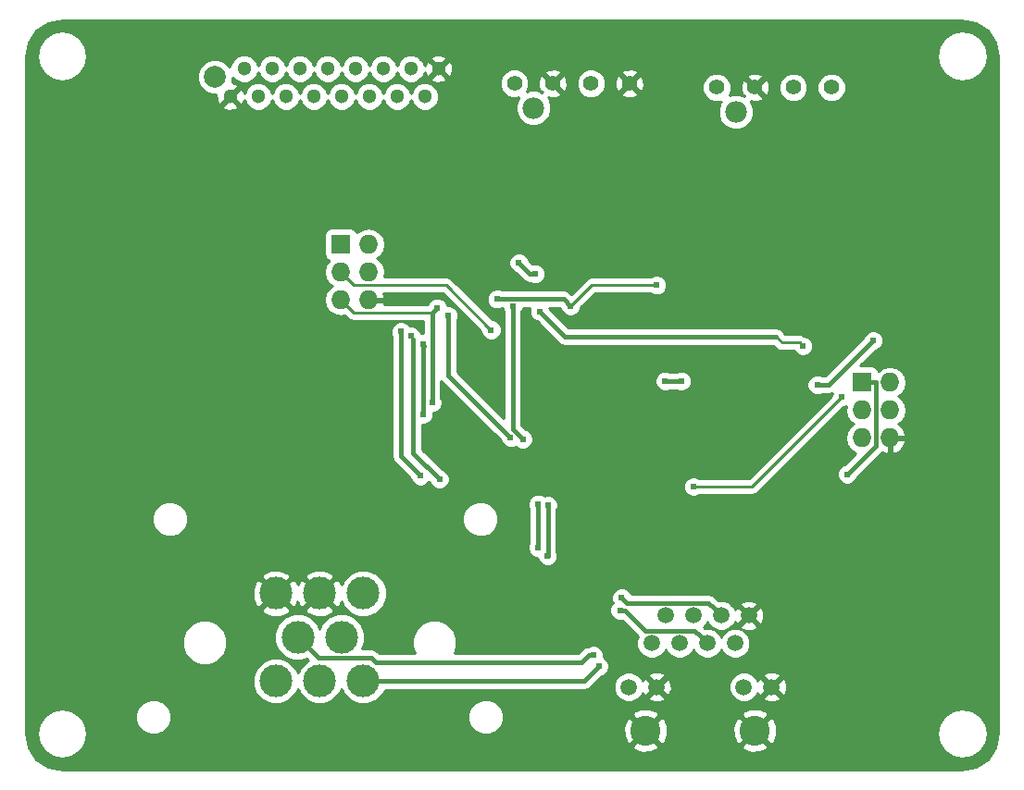
<source format=gbr>
G04 #@! TF.FileFunction,Copper,L2,Bot,Signal*
%FSLAX46Y46*%
G04 Gerber Fmt 4.6, Leading zero omitted, Abs format (unit mm)*
G04 Created by KiCad (PCBNEW 4.0.7-e2-6376~58~ubuntu16.04.1) date Tue May  1 21:05:29 2018*
%MOMM*%
%LPD*%
G01*
G04 APERTURE LIST*
%ADD10C,0.100000*%
%ADD11R,1.727200X1.727200*%
%ADD12O,1.727200X1.727200*%
%ADD13C,3.000000*%
%ADD14C,1.397000*%
%ADD15C,1.981000*%
%ADD16C,1.300000*%
%ADD17C,2.000000*%
%ADD18C,1.500000*%
%ADD19C,2.750000*%
%ADD20C,0.609600*%
%ADD21C,0.254000*%
%ADD22C,0.381000*%
G04 APERTURE END LIST*
D10*
D11*
X61036200Y-102806500D03*
D12*
X63576200Y-102806500D03*
X61036200Y-105346500D03*
X63576200Y-105346500D03*
X61036200Y-107886500D03*
X63576200Y-107886500D03*
D13*
X59096000Y-142755500D03*
X63096000Y-142755500D03*
X61096000Y-138755500D03*
X63096000Y-134755500D03*
X59096000Y-134755500D03*
X55096000Y-142755500D03*
X57096000Y-138755500D03*
X55096000Y-134755500D03*
D14*
X98912800Y-88442800D03*
X95412800Y-88442800D03*
D15*
X97162800Y-90672800D03*
D14*
X102412800Y-88442800D03*
X105912800Y-88442800D03*
X80416400Y-88087200D03*
X76916400Y-88087200D03*
D15*
X78666400Y-90317200D03*
D14*
X83916400Y-88087200D03*
X87416400Y-88087200D03*
D16*
X56007000Y-89281000D03*
X53467000Y-89281000D03*
X50927000Y-89281000D03*
X58547000Y-89281000D03*
X52197000Y-86741000D03*
X54737000Y-86741000D03*
X57277000Y-86741000D03*
X59817000Y-86741000D03*
X61087000Y-89281000D03*
X62357000Y-86741000D03*
X63627000Y-89281000D03*
X64897000Y-86741000D03*
X66167000Y-89281000D03*
X67437000Y-86741000D03*
X68707000Y-89281000D03*
X69977000Y-86741000D03*
D17*
X49527000Y-87481000D03*
D11*
X108712000Y-115443000D03*
D12*
X111252000Y-115443000D03*
X108712000Y-117983000D03*
X111252000Y-117983000D03*
X108712000Y-120523000D03*
X111252000Y-120523000D03*
D18*
X87376000Y-143319000D03*
X89916000Y-143319000D03*
X100436000Y-143319000D03*
X97896000Y-143319000D03*
X89466000Y-139319000D03*
X92006000Y-139319000D03*
X94546000Y-139319000D03*
X97086000Y-139319000D03*
X90736000Y-136779000D03*
X93276000Y-136779000D03*
X95816000Y-136779000D03*
X98356000Y-136779000D03*
D19*
X88906000Y-147319000D03*
X98906000Y-147319000D03*
D20*
X89926160Y-106532680D03*
X68529196Y-111905974D03*
X75320501Y-107813499D03*
X82042000Y-108458000D03*
X68580000Y-118364000D03*
X90678000Y-115316000D03*
X92202000Y-115316000D03*
X101544120Y-109240286D03*
X59913520Y-123652280D03*
X76367640Y-123093480D03*
X80355440Y-118297960D03*
X77470000Y-102108000D03*
X72390000Y-111252000D03*
X74676000Y-106680000D03*
X41699000Y-120192800D03*
X48717200Y-115011200D03*
X55168800Y-112014000D03*
X93726000Y-121412000D03*
X77318882Y-104494318D03*
X78841600Y-105511600D03*
X86563200Y-136296400D03*
X68326000Y-124002800D03*
X66548000Y-110794800D03*
X107340400Y-123850400D03*
X67472560Y-111201200D03*
X86715600Y-135178800D03*
X70053200Y-124307600D03*
X79095600Y-130591560D03*
X79086872Y-126566768D03*
X70866000Y-109321600D03*
X76555600Y-120497600D03*
X74782680Y-110637320D03*
X93276000Y-124979398D03*
X106832400Y-116799360D03*
X103301800Y-112105440D03*
X79223517Y-108941517D03*
X104597200Y-115671600D03*
X109728000Y-111607600D03*
X79943960Y-131318000D03*
X79969360Y-126669800D03*
X77682252Y-120640948D03*
X76758800Y-108508800D03*
X69392800Y-117297200D03*
X69850000Y-108610400D03*
X84632800Y-141427200D03*
X84124800Y-140411200D03*
D21*
X89926160Y-106532680D02*
X83967320Y-106532680D01*
X83967320Y-106532680D02*
X82042000Y-108458000D01*
X68580000Y-112229187D02*
X68580000Y-111956778D01*
X68580000Y-111956778D02*
X68529196Y-111905974D01*
D22*
X82042000Y-108458000D02*
X81397499Y-107813499D01*
X81397499Y-107813499D02*
X75320501Y-107813499D01*
X68580000Y-112229187D02*
X68657337Y-112151850D01*
X68580000Y-118364000D02*
X68580000Y-112229187D01*
X92202000Y-115316000D02*
X90678000Y-115316000D01*
X78841600Y-105511600D02*
X78336164Y-105511600D01*
X78336164Y-105511600D02*
X77318882Y-104494318D01*
X86563200Y-136296400D02*
X86994252Y-136296400D01*
X86994252Y-136296400D02*
X88876351Y-138178499D01*
X88876351Y-138178499D02*
X93405499Y-138178499D01*
X93405499Y-138178499D02*
X93796001Y-138569001D01*
X93796001Y-138569001D02*
X94546000Y-139319000D01*
X66548000Y-110794800D02*
X66548000Y-122224800D01*
X66548000Y-122224800D02*
X68326000Y-124002800D01*
X109966101Y-121224699D02*
X107340400Y-123850400D01*
X109966101Y-115452501D02*
X109966101Y-121224699D01*
X108712000Y-115443000D02*
X109956600Y-115443000D01*
X109956600Y-115443000D02*
X109966101Y-115452501D01*
D21*
X67472560Y-111201200D02*
X67665600Y-111394240D01*
X67665600Y-111394240D02*
X67665600Y-111556800D01*
D22*
X86715600Y-135178800D02*
X87175299Y-135638499D01*
X87175299Y-135638499D02*
X94675499Y-135638499D01*
X94675499Y-135638499D02*
X95066001Y-136029001D01*
X95066001Y-136029001D02*
X95816000Y-136779000D01*
X67665600Y-117535300D02*
X67665600Y-121920000D01*
X67665600Y-121920000D02*
X70053200Y-124307600D01*
X67665600Y-111556800D02*
X67665600Y-117535300D01*
X79086872Y-126566768D02*
X79086872Y-130582832D01*
X79086872Y-130582832D02*
X79095600Y-130591560D01*
X76555600Y-120497600D02*
X70866000Y-114808000D01*
X70866000Y-114808000D02*
X70866000Y-109321600D01*
D21*
X74782680Y-110637320D02*
X70682461Y-106537101D01*
X70682461Y-106537101D02*
X62226801Y-106537101D01*
X62226801Y-106537101D02*
X61899799Y-106210099D01*
X61899799Y-106210099D02*
X61036200Y-105346500D01*
X106832400Y-116799360D02*
X98652362Y-124979398D01*
X98652362Y-124979398D02*
X93276000Y-124979398D01*
X103301800Y-112105440D02*
X102997001Y-111800641D01*
X101386641Y-111800641D02*
X100838000Y-111252000D01*
X102997001Y-111800641D02*
X101386641Y-111800641D01*
D22*
X100838000Y-111252000D02*
X81534000Y-111252000D01*
X81534000Y-111252000D02*
X79223517Y-108941517D01*
X109728000Y-111607600D02*
X105664000Y-115671600D01*
X105664000Y-115671600D02*
X104597200Y-115671600D01*
X79969360Y-126669800D02*
X79969360Y-131292600D01*
X79969360Y-131292600D02*
X79943960Y-131318000D01*
X76758800Y-118110000D02*
X76758800Y-119717496D01*
X76758800Y-119717496D02*
X77682252Y-120640948D01*
X76758800Y-108508800D02*
X76758800Y-118110000D01*
X69392800Y-117297200D02*
X69392800Y-109067600D01*
X69392800Y-109067600D02*
X69850000Y-108610400D01*
D21*
X69850000Y-108610400D02*
X69383299Y-109077101D01*
X69383299Y-109077101D02*
X62226801Y-109077101D01*
X62226801Y-109077101D02*
X61899799Y-108750099D01*
X61899799Y-108750099D02*
X61036200Y-107886500D01*
D22*
X84632800Y-141427200D02*
X83304500Y-142755500D01*
X83304500Y-142755500D02*
X63096000Y-142755500D01*
X84124800Y-140411200D02*
X83693748Y-140411200D01*
X64209443Y-141071001D02*
X63784443Y-140646001D01*
X83693748Y-140411200D02*
X83033947Y-141071001D01*
X83033947Y-141071001D02*
X64209443Y-141071001D01*
X63784443Y-140646001D02*
X58986501Y-140646001D01*
X58986501Y-140646001D02*
X58595999Y-140255499D01*
X58595999Y-140255499D02*
X57096000Y-138755500D01*
D21*
G36*
X117800528Y-82270999D02*
X119131459Y-82535738D01*
X120202568Y-83251429D01*
X120918262Y-84322540D01*
X121183000Y-85653467D01*
X121183000Y-147518533D01*
X120918262Y-148849460D01*
X120202568Y-149920571D01*
X119131459Y-150636262D01*
X117800528Y-150901001D01*
X35621495Y-150902199D01*
X34284540Y-150636262D01*
X33213429Y-149920568D01*
X32497738Y-148849459D01*
X32246421Y-147586000D01*
X33231050Y-147586000D01*
X33407417Y-148472658D01*
X33909669Y-149224331D01*
X34661342Y-149726583D01*
X35548000Y-149902950D01*
X36434658Y-149726583D01*
X37186331Y-149224331D01*
X37508174Y-148742659D01*
X87661946Y-148742659D01*
X87806467Y-149048444D01*
X88551993Y-149337571D01*
X89351414Y-149319389D01*
X90005533Y-149048444D01*
X90150054Y-148742659D01*
X97661946Y-148742659D01*
X97806467Y-149048444D01*
X98551993Y-149337571D01*
X99351414Y-149319389D01*
X100005533Y-149048444D01*
X100150054Y-148742659D01*
X98906000Y-147498605D01*
X97661946Y-148742659D01*
X90150054Y-148742659D01*
X88906000Y-147498605D01*
X87661946Y-148742659D01*
X37508174Y-148742659D01*
X37688583Y-148472658D01*
X37864950Y-147586000D01*
X37688583Y-146699342D01*
X37474735Y-146379295D01*
X42260716Y-146379295D01*
X42509106Y-146980443D01*
X42968637Y-147440778D01*
X43569352Y-147690216D01*
X44219795Y-147690784D01*
X44820943Y-147442394D01*
X45281278Y-146982863D01*
X45530716Y-146382148D01*
X45530718Y-146379295D01*
X72660716Y-146379295D01*
X72909106Y-146980443D01*
X73368637Y-147440778D01*
X73969352Y-147690216D01*
X74619795Y-147690784D01*
X75220943Y-147442394D01*
X75681278Y-146982863D01*
X75688698Y-146964993D01*
X86887429Y-146964993D01*
X86905611Y-147764414D01*
X87176556Y-148418533D01*
X87482341Y-148563054D01*
X88726395Y-147319000D01*
X89085605Y-147319000D01*
X90329659Y-148563054D01*
X90635444Y-148418533D01*
X90924571Y-147673007D01*
X90908468Y-146964993D01*
X96887429Y-146964993D01*
X96905611Y-147764414D01*
X97176556Y-148418533D01*
X97482341Y-148563054D01*
X98726395Y-147319000D01*
X99085605Y-147319000D01*
X100329659Y-148563054D01*
X100635444Y-148418533D01*
X100924571Y-147673007D01*
X100922593Y-147586000D01*
X115551050Y-147586000D01*
X115727417Y-148472658D01*
X116229669Y-149224331D01*
X116981342Y-149726583D01*
X117868000Y-149902950D01*
X118754658Y-149726583D01*
X119506331Y-149224331D01*
X120008583Y-148472658D01*
X120184950Y-147586000D01*
X120008583Y-146699342D01*
X119506331Y-145947669D01*
X118754658Y-145445417D01*
X117868000Y-145269050D01*
X116981342Y-145445417D01*
X116229669Y-145947669D01*
X115727417Y-146699342D01*
X115551050Y-147586000D01*
X100922593Y-147586000D01*
X100906389Y-146873586D01*
X100635444Y-146219467D01*
X100329659Y-146074946D01*
X99085605Y-147319000D01*
X98726395Y-147319000D01*
X97482341Y-146074946D01*
X97176556Y-146219467D01*
X96887429Y-146964993D01*
X90908468Y-146964993D01*
X90906389Y-146873586D01*
X90635444Y-146219467D01*
X90329659Y-146074946D01*
X89085605Y-147319000D01*
X88726395Y-147319000D01*
X87482341Y-146074946D01*
X87176556Y-146219467D01*
X86887429Y-146964993D01*
X75688698Y-146964993D01*
X75930716Y-146382148D01*
X75931141Y-145895341D01*
X87661946Y-145895341D01*
X88906000Y-147139395D01*
X90150054Y-145895341D01*
X97661946Y-145895341D01*
X98906000Y-147139395D01*
X100150054Y-145895341D01*
X100005533Y-145589556D01*
X99260007Y-145300429D01*
X98460586Y-145318611D01*
X97806467Y-145589556D01*
X97661946Y-145895341D01*
X90150054Y-145895341D01*
X90005533Y-145589556D01*
X89260007Y-145300429D01*
X88460586Y-145318611D01*
X87806467Y-145589556D01*
X87661946Y-145895341D01*
X75931141Y-145895341D01*
X75931284Y-145731705D01*
X75682894Y-145130557D01*
X75223363Y-144670222D01*
X74622648Y-144420784D01*
X73972205Y-144420216D01*
X73371057Y-144668606D01*
X72910722Y-145128137D01*
X72661284Y-145728852D01*
X72660716Y-146379295D01*
X45530718Y-146379295D01*
X45531284Y-145731705D01*
X45282894Y-145130557D01*
X44823363Y-144670222D01*
X44222648Y-144420784D01*
X43572205Y-144420216D01*
X42971057Y-144668606D01*
X42510722Y-145128137D01*
X42261284Y-145728852D01*
X42260716Y-146379295D01*
X37474735Y-146379295D01*
X37186331Y-145947669D01*
X36434658Y-145445417D01*
X35548000Y-145269050D01*
X34661342Y-145445417D01*
X33909669Y-145947669D01*
X33407417Y-146699342D01*
X33231050Y-147586000D01*
X32246421Y-147586000D01*
X32233000Y-147518533D01*
X32233000Y-143178315D01*
X52960630Y-143178315D01*
X53284980Y-143963300D01*
X53885041Y-144564409D01*
X54669459Y-144890128D01*
X55518815Y-144890870D01*
X56303800Y-144566520D01*
X56904909Y-143966459D01*
X57096068Y-143506098D01*
X57284980Y-143963300D01*
X57885041Y-144564409D01*
X58669459Y-144890128D01*
X59518815Y-144890870D01*
X60303800Y-144566520D01*
X60904909Y-143966459D01*
X61096068Y-143506098D01*
X61284980Y-143963300D01*
X61885041Y-144564409D01*
X62669459Y-144890128D01*
X63518815Y-144890870D01*
X64303800Y-144566520D01*
X64904909Y-143966459D01*
X65059864Y-143593285D01*
X85990760Y-143593285D01*
X86201169Y-144102515D01*
X86590436Y-144492461D01*
X87099298Y-144703759D01*
X87650285Y-144704240D01*
X88159515Y-144493831D01*
X88363183Y-144290517D01*
X89124088Y-144290517D01*
X89192077Y-144531460D01*
X89711171Y-144716201D01*
X90261448Y-144688230D01*
X90639923Y-144531460D01*
X90707912Y-144290517D01*
X89916000Y-143498605D01*
X89124088Y-144290517D01*
X88363183Y-144290517D01*
X88549461Y-144104564D01*
X88639377Y-143888021D01*
X88703540Y-144042923D01*
X88944483Y-144110912D01*
X89736395Y-143319000D01*
X90095605Y-143319000D01*
X90887517Y-144110912D01*
X91128460Y-144042923D01*
X91288482Y-143593285D01*
X96510760Y-143593285D01*
X96721169Y-144102515D01*
X97110436Y-144492461D01*
X97619298Y-144703759D01*
X98170285Y-144704240D01*
X98679515Y-144493831D01*
X98883183Y-144290517D01*
X99644088Y-144290517D01*
X99712077Y-144531460D01*
X100231171Y-144716201D01*
X100781448Y-144688230D01*
X101159923Y-144531460D01*
X101227912Y-144290517D01*
X100436000Y-143498605D01*
X99644088Y-144290517D01*
X98883183Y-144290517D01*
X99069461Y-144104564D01*
X99159377Y-143888021D01*
X99223540Y-144042923D01*
X99464483Y-144110912D01*
X100256395Y-143319000D01*
X100615605Y-143319000D01*
X101407517Y-144110912D01*
X101648460Y-144042923D01*
X101833201Y-143523829D01*
X101805230Y-142973552D01*
X101648460Y-142595077D01*
X101407517Y-142527088D01*
X100615605Y-143319000D01*
X100256395Y-143319000D01*
X99464483Y-142527088D01*
X99223540Y-142595077D01*
X99164268Y-142761621D01*
X99070831Y-142535485D01*
X98883157Y-142347483D01*
X99644088Y-142347483D01*
X100436000Y-143139395D01*
X101227912Y-142347483D01*
X101159923Y-142106540D01*
X100640829Y-141921799D01*
X100090552Y-141949770D01*
X99712077Y-142106540D01*
X99644088Y-142347483D01*
X98883157Y-142347483D01*
X98681564Y-142145539D01*
X98172702Y-141934241D01*
X97621715Y-141933760D01*
X97112485Y-142144169D01*
X96722539Y-142533436D01*
X96511241Y-143042298D01*
X96510760Y-143593285D01*
X91288482Y-143593285D01*
X91313201Y-143523829D01*
X91285230Y-142973552D01*
X91128460Y-142595077D01*
X90887517Y-142527088D01*
X90095605Y-143319000D01*
X89736395Y-143319000D01*
X88944483Y-142527088D01*
X88703540Y-142595077D01*
X88644268Y-142761621D01*
X88550831Y-142535485D01*
X88363157Y-142347483D01*
X89124088Y-142347483D01*
X89916000Y-143139395D01*
X90707912Y-142347483D01*
X90639923Y-142106540D01*
X90120829Y-141921799D01*
X89570552Y-141949770D01*
X89192077Y-142106540D01*
X89124088Y-142347483D01*
X88363157Y-142347483D01*
X88161564Y-142145539D01*
X87652702Y-141934241D01*
X87101715Y-141933760D01*
X86592485Y-142144169D01*
X86202539Y-142533436D01*
X85991241Y-143042298D01*
X85990760Y-143593285D01*
X65059864Y-143593285D01*
X65064966Y-143581000D01*
X83304500Y-143581000D01*
X83620406Y-143518163D01*
X83888217Y-143339217D01*
X84889389Y-142338045D01*
X85164459Y-142224388D01*
X85429059Y-141960249D01*
X85572437Y-141614958D01*
X85572763Y-141241082D01*
X85429988Y-140895541D01*
X85165849Y-140630941D01*
X85064446Y-140588835D01*
X85064763Y-140225082D01*
X84921988Y-139879541D01*
X84657849Y-139614941D01*
X84312558Y-139471563D01*
X83938682Y-139471237D01*
X83631880Y-139598006D01*
X83377843Y-139648537D01*
X83110031Y-139827483D01*
X83110029Y-139827486D01*
X82692013Y-140245501D01*
X71415451Y-140245501D01*
X71655642Y-139667057D01*
X71656357Y-138847538D01*
X71343401Y-138090128D01*
X70764420Y-137510135D01*
X70007557Y-137195858D01*
X69188038Y-137195143D01*
X68430628Y-137508099D01*
X67850635Y-138087080D01*
X67536358Y-138843943D01*
X67535643Y-139663462D01*
X67776137Y-140245501D01*
X64551377Y-140245501D01*
X64368160Y-140062284D01*
X64100349Y-139883338D01*
X63784443Y-139820501D01*
X62965516Y-139820501D01*
X63230628Y-139182041D01*
X63231370Y-138332685D01*
X62907020Y-137547700D01*
X62306959Y-136946591D01*
X61522541Y-136620872D01*
X60673185Y-136620130D01*
X59888200Y-136944480D01*
X59287091Y-137544541D01*
X59095932Y-138004902D01*
X58907020Y-137547700D01*
X58306959Y-136946591D01*
X57522541Y-136620872D01*
X56673185Y-136620130D01*
X55888200Y-136944480D01*
X55287091Y-137544541D01*
X54961372Y-138328959D01*
X54960630Y-139178315D01*
X55284980Y-139963300D01*
X55885041Y-140564409D01*
X56669459Y-140890128D01*
X57518815Y-140890870D01*
X57904552Y-140731486D01*
X58050489Y-140877423D01*
X57888200Y-140944480D01*
X57287091Y-141544541D01*
X57095932Y-142004902D01*
X56907020Y-141547700D01*
X56306959Y-140946591D01*
X55522541Y-140620872D01*
X54673185Y-140620130D01*
X53888200Y-140944480D01*
X53287091Y-141544541D01*
X52961372Y-142328959D01*
X52960630Y-143178315D01*
X32233000Y-143178315D01*
X32233000Y-139663462D01*
X46535643Y-139663462D01*
X46848599Y-140420872D01*
X47427580Y-141000865D01*
X48184443Y-141315142D01*
X49003962Y-141315857D01*
X49761372Y-141002901D01*
X50341365Y-140423920D01*
X50655642Y-139667057D01*
X50656357Y-138847538D01*
X50343401Y-138090128D01*
X49764420Y-137510135D01*
X49007557Y-137195858D01*
X48188038Y-137195143D01*
X47430628Y-137508099D01*
X46850635Y-138087080D01*
X46536358Y-138843943D01*
X46535643Y-139663462D01*
X32233000Y-139663462D01*
X32233000Y-136269470D01*
X53761635Y-136269470D01*
X53921418Y-136588239D01*
X54712187Y-136898223D01*
X55561387Y-136881997D01*
X56270582Y-136588239D01*
X56430365Y-136269470D01*
X57761635Y-136269470D01*
X57921418Y-136588239D01*
X58712187Y-136898223D01*
X59561387Y-136881997D01*
X60270582Y-136588239D01*
X60430365Y-136269470D01*
X59096000Y-134935105D01*
X57761635Y-136269470D01*
X56430365Y-136269470D01*
X55096000Y-134935105D01*
X53761635Y-136269470D01*
X32233000Y-136269470D01*
X32233000Y-134371687D01*
X52953277Y-134371687D01*
X52969503Y-135220887D01*
X53263261Y-135930082D01*
X53582030Y-136089865D01*
X54916395Y-134755500D01*
X55275605Y-134755500D01*
X56609970Y-136089865D01*
X56928739Y-135930082D01*
X57091392Y-135515154D01*
X57263261Y-135930082D01*
X57582030Y-136089865D01*
X58916395Y-134755500D01*
X59275605Y-134755500D01*
X60609970Y-136089865D01*
X60928739Y-135930082D01*
X61095490Y-135504700D01*
X61284980Y-135963300D01*
X61885041Y-136564409D01*
X62669459Y-136890128D01*
X63518815Y-136890870D01*
X64303800Y-136566520D01*
X64387948Y-136482518D01*
X85623237Y-136482518D01*
X85766012Y-136828059D01*
X86030151Y-137092659D01*
X86375442Y-137236037D01*
X86749318Y-137236363D01*
X86761675Y-137231257D01*
X88225442Y-138695024D01*
X88081241Y-139042298D01*
X88080760Y-139593285D01*
X88291169Y-140102515D01*
X88680436Y-140492461D01*
X89189298Y-140703759D01*
X89740285Y-140704240D01*
X90249515Y-140493831D01*
X90639461Y-140104564D01*
X90735976Y-139872130D01*
X90831169Y-140102515D01*
X91220436Y-140492461D01*
X91729298Y-140703759D01*
X92280285Y-140704240D01*
X92789515Y-140493831D01*
X93179461Y-140104564D01*
X93275976Y-139872130D01*
X93371169Y-140102515D01*
X93760436Y-140492461D01*
X94269298Y-140703759D01*
X94820285Y-140704240D01*
X95329515Y-140493831D01*
X95719461Y-140104564D01*
X95815976Y-139872130D01*
X95911169Y-140102515D01*
X96300436Y-140492461D01*
X96809298Y-140703759D01*
X97360285Y-140704240D01*
X97869515Y-140493831D01*
X98259461Y-140104564D01*
X98470759Y-139595702D01*
X98471240Y-139044715D01*
X98260831Y-138535485D01*
X97871564Y-138145539D01*
X97362702Y-137934241D01*
X96811715Y-137933760D01*
X96302485Y-138144169D01*
X95912539Y-138533436D01*
X95816024Y-138765870D01*
X95720831Y-138535485D01*
X95331564Y-138145539D01*
X94822702Y-137934241D01*
X94328242Y-137933809D01*
X94204016Y-137809582D01*
X94449461Y-137564564D01*
X94545976Y-137332130D01*
X94641169Y-137562515D01*
X95030436Y-137952461D01*
X95539298Y-138163759D01*
X96090285Y-138164240D01*
X96599515Y-137953831D01*
X96803183Y-137750517D01*
X97564088Y-137750517D01*
X97632077Y-137991460D01*
X98151171Y-138176201D01*
X98701448Y-138148230D01*
X99079923Y-137991460D01*
X99147912Y-137750517D01*
X98356000Y-136958605D01*
X97564088Y-137750517D01*
X96803183Y-137750517D01*
X96989461Y-137564564D01*
X97079377Y-137348021D01*
X97143540Y-137502923D01*
X97384483Y-137570912D01*
X98176395Y-136779000D01*
X98535605Y-136779000D01*
X99327517Y-137570912D01*
X99568460Y-137502923D01*
X99753201Y-136983829D01*
X99725230Y-136433552D01*
X99568460Y-136055077D01*
X99327517Y-135987088D01*
X98535605Y-136779000D01*
X98176395Y-136779000D01*
X97384483Y-135987088D01*
X97143540Y-136055077D01*
X97084268Y-136221621D01*
X96990831Y-135995485D01*
X96803157Y-135807483D01*
X97564088Y-135807483D01*
X98356000Y-136599395D01*
X99147912Y-135807483D01*
X99079923Y-135566540D01*
X98560829Y-135381799D01*
X98010552Y-135409770D01*
X97632077Y-135566540D01*
X97564088Y-135807483D01*
X96803157Y-135807483D01*
X96601564Y-135605539D01*
X96092702Y-135394241D01*
X95598242Y-135393809D01*
X95259216Y-135054782D01*
X94991405Y-134875836D01*
X94675499Y-134812999D01*
X87581319Y-134812999D01*
X87512788Y-134647141D01*
X87248649Y-134382541D01*
X86903358Y-134239163D01*
X86529482Y-134238837D01*
X86183941Y-134381612D01*
X85919341Y-134645751D01*
X85775963Y-134991042D01*
X85775637Y-135364918D01*
X85889652Y-135640854D01*
X85766941Y-135763351D01*
X85623563Y-136108642D01*
X85623237Y-136482518D01*
X64387948Y-136482518D01*
X64904909Y-135966459D01*
X65230628Y-135182041D01*
X65231370Y-134332685D01*
X64907020Y-133547700D01*
X64306959Y-132946591D01*
X63522541Y-132620872D01*
X62673185Y-132620130D01*
X61888200Y-132944480D01*
X61287091Y-133544541D01*
X61100151Y-133994743D01*
X60928739Y-133580918D01*
X60609970Y-133421135D01*
X59275605Y-134755500D01*
X58916395Y-134755500D01*
X57582030Y-133421135D01*
X57263261Y-133580918D01*
X57100608Y-133995846D01*
X56928739Y-133580918D01*
X56609970Y-133421135D01*
X55275605Y-134755500D01*
X54916395Y-134755500D01*
X53582030Y-133421135D01*
X53263261Y-133580918D01*
X52953277Y-134371687D01*
X32233000Y-134371687D01*
X32233000Y-133241530D01*
X53761635Y-133241530D01*
X55096000Y-134575895D01*
X56430365Y-133241530D01*
X57761635Y-133241530D01*
X59096000Y-134575895D01*
X60430365Y-133241530D01*
X60270582Y-132922761D01*
X59479813Y-132612777D01*
X58630613Y-132629003D01*
X57921418Y-132922761D01*
X57761635Y-133241530D01*
X56430365Y-133241530D01*
X56270582Y-132922761D01*
X55479813Y-132612777D01*
X54630613Y-132629003D01*
X53921418Y-132922761D01*
X53761635Y-133241530D01*
X32233000Y-133241530D01*
X32233000Y-128279295D01*
X43760716Y-128279295D01*
X44009106Y-128880443D01*
X44468637Y-129340778D01*
X45069352Y-129590216D01*
X45719795Y-129590784D01*
X46320943Y-129342394D01*
X46781278Y-128882863D01*
X47030716Y-128282148D01*
X47030718Y-128279295D01*
X72160716Y-128279295D01*
X72409106Y-128880443D01*
X72868637Y-129340778D01*
X73469352Y-129590216D01*
X74119795Y-129590784D01*
X74720943Y-129342394D01*
X75181278Y-128882863D01*
X75430716Y-128282148D01*
X75431284Y-127631705D01*
X75182894Y-127030557D01*
X74905708Y-126752886D01*
X78146909Y-126752886D01*
X78261372Y-127029907D01*
X78261372Y-130149950D01*
X78155963Y-130403802D01*
X78155637Y-130777678D01*
X78298412Y-131123219D01*
X78562551Y-131387819D01*
X78907842Y-131531197D01*
X79015225Y-131531291D01*
X79146772Y-131849659D01*
X79410911Y-132114259D01*
X79756202Y-132257637D01*
X80130078Y-132257963D01*
X80475619Y-132115188D01*
X80740219Y-131851049D01*
X80883597Y-131505758D01*
X80883923Y-131131882D01*
X80794860Y-130916334D01*
X80794860Y-127132429D01*
X80908997Y-126857558D01*
X80909323Y-126483682D01*
X80766548Y-126138141D01*
X80502409Y-125873541D01*
X80157118Y-125730163D01*
X79783242Y-125729837D01*
X79638870Y-125789491D01*
X79619921Y-125770509D01*
X79274630Y-125627131D01*
X78900754Y-125626805D01*
X78555213Y-125769580D01*
X78290613Y-126033719D01*
X78147235Y-126379010D01*
X78146909Y-126752886D01*
X74905708Y-126752886D01*
X74723363Y-126570222D01*
X74122648Y-126320784D01*
X73472205Y-126320216D01*
X72871057Y-126568606D01*
X72410722Y-127028137D01*
X72161284Y-127628852D01*
X72160716Y-128279295D01*
X47030718Y-128279295D01*
X47031284Y-127631705D01*
X46782894Y-127030557D01*
X46323363Y-126570222D01*
X45722648Y-126320784D01*
X45072205Y-126320216D01*
X44471057Y-126568606D01*
X44010722Y-127028137D01*
X43761284Y-127628852D01*
X43760716Y-128279295D01*
X32233000Y-128279295D01*
X32233000Y-105346500D01*
X59508241Y-105346500D01*
X59622315Y-105919989D01*
X59947171Y-106406170D01*
X60261952Y-106616500D01*
X59947171Y-106826830D01*
X59622315Y-107313011D01*
X59508241Y-107886500D01*
X59622315Y-108459989D01*
X59947171Y-108946170D01*
X60433352Y-109271026D01*
X61006841Y-109385100D01*
X61065559Y-109385100D01*
X61392197Y-109320128D01*
X61687986Y-109615917D01*
X61836178Y-109714935D01*
X61935196Y-109781097D01*
X62226801Y-109839101D01*
X68567300Y-109839101D01*
X68567300Y-110966207D01*
X68392265Y-110966054D01*
X68269748Y-110669541D01*
X68005609Y-110404941D01*
X67660318Y-110261563D01*
X67343337Y-110261287D01*
X67081049Y-109998541D01*
X66735758Y-109855163D01*
X66361882Y-109854837D01*
X66016341Y-109997612D01*
X65751741Y-110261751D01*
X65608363Y-110607042D01*
X65608037Y-110980918D01*
X65722500Y-111257939D01*
X65722500Y-122224800D01*
X65785337Y-122540706D01*
X65964283Y-122808517D01*
X67415155Y-124259388D01*
X67528812Y-124534459D01*
X67792951Y-124799059D01*
X68138242Y-124942437D01*
X68512118Y-124942763D01*
X68857659Y-124799988D01*
X69118134Y-124539967D01*
X69142355Y-124564188D01*
X69256012Y-124839259D01*
X69520151Y-125103859D01*
X69865442Y-125247237D01*
X70239318Y-125247563D01*
X70437886Y-125165516D01*
X92336037Y-125165516D01*
X92478812Y-125511057D01*
X92742951Y-125775657D01*
X93088242Y-125919035D01*
X93462118Y-125919361D01*
X93807659Y-125776586D01*
X93842908Y-125741398D01*
X98652362Y-125741398D01*
X98943967Y-125683394D01*
X99191177Y-125518213D01*
X106970110Y-117739281D01*
X107018518Y-117739323D01*
X107251674Y-117642985D01*
X107184041Y-117983000D01*
X107298115Y-118556489D01*
X107622971Y-119042670D01*
X107937752Y-119253000D01*
X107622971Y-119463330D01*
X107298115Y-119949511D01*
X107184041Y-120523000D01*
X107298115Y-121096489D01*
X107622971Y-121582670D01*
X108109152Y-121907526D01*
X108114730Y-121908636D01*
X107083811Y-122939555D01*
X106808741Y-123053212D01*
X106544141Y-123317351D01*
X106400763Y-123662642D01*
X106400437Y-124036518D01*
X106543212Y-124382059D01*
X106807351Y-124646659D01*
X107152642Y-124790037D01*
X107526518Y-124790363D01*
X107872059Y-124647588D01*
X108136659Y-124383449D01*
X108251605Y-124106629D01*
X110543878Y-121814356D01*
X110892973Y-121977968D01*
X111125000Y-121857469D01*
X111125000Y-120650000D01*
X111379000Y-120650000D01*
X111379000Y-121857469D01*
X111611027Y-121977968D01*
X112140490Y-121729821D01*
X112534688Y-121297947D01*
X112706958Y-120882026D01*
X112585817Y-120650000D01*
X111379000Y-120650000D01*
X111125000Y-120650000D01*
X111105000Y-120650000D01*
X111105000Y-120396000D01*
X111125000Y-120396000D01*
X111125000Y-120376000D01*
X111379000Y-120376000D01*
X111379000Y-120396000D01*
X112585817Y-120396000D01*
X112706958Y-120163974D01*
X112534688Y-119748053D01*
X112140490Y-119316179D01*
X112017772Y-119258664D01*
X112341029Y-119042670D01*
X112665885Y-118556489D01*
X112779959Y-117983000D01*
X112665885Y-117409511D01*
X112341029Y-116923330D01*
X112026248Y-116713000D01*
X112341029Y-116502670D01*
X112665885Y-116016489D01*
X112779959Y-115443000D01*
X112665885Y-114869511D01*
X112341029Y-114383330D01*
X111854848Y-114058474D01*
X111281359Y-113944400D01*
X111222641Y-113944400D01*
X110649152Y-114058474D01*
X110183558Y-114369574D01*
X110178762Y-114344083D01*
X110039690Y-114127959D01*
X109827490Y-113982969D01*
X109575600Y-113931960D01*
X108571074Y-113931960D01*
X109984589Y-112518445D01*
X110259659Y-112404788D01*
X110524259Y-112140649D01*
X110667637Y-111795358D01*
X110667963Y-111421482D01*
X110525188Y-111075941D01*
X110261049Y-110811341D01*
X109915758Y-110667963D01*
X109541882Y-110667637D01*
X109196341Y-110810412D01*
X108931741Y-111074551D01*
X108816795Y-111351371D01*
X105322066Y-114846100D01*
X105059829Y-114846100D01*
X104784958Y-114731963D01*
X104411082Y-114731637D01*
X104065541Y-114874412D01*
X103800941Y-115138551D01*
X103657563Y-115483842D01*
X103657237Y-115857718D01*
X103800012Y-116203259D01*
X104064151Y-116467859D01*
X104409442Y-116611237D01*
X104783318Y-116611563D01*
X105060339Y-116497100D01*
X105664000Y-116497100D01*
X105965185Y-116437191D01*
X105892763Y-116611602D01*
X105892720Y-116661409D01*
X98336732Y-124217398D01*
X93843248Y-124217398D01*
X93809049Y-124183139D01*
X93463758Y-124039761D01*
X93089882Y-124039435D01*
X92744341Y-124182210D01*
X92479741Y-124446349D01*
X92336363Y-124791640D01*
X92336037Y-125165516D01*
X70437886Y-125165516D01*
X70584859Y-125104788D01*
X70849459Y-124840649D01*
X70992837Y-124495358D01*
X70993163Y-124121482D01*
X70850388Y-123775941D01*
X70586249Y-123511341D01*
X70309427Y-123396394D01*
X68491100Y-121578066D01*
X68491100Y-119303723D01*
X68766118Y-119303963D01*
X69111659Y-119161188D01*
X69376259Y-118897049D01*
X69519637Y-118551758D01*
X69519911Y-118237112D01*
X69578918Y-118237163D01*
X69924459Y-118094388D01*
X70189059Y-117830249D01*
X70332437Y-117484958D01*
X70332763Y-117111082D01*
X70218300Y-116834061D01*
X70218300Y-115295960D01*
X70282283Y-115391717D01*
X75644755Y-120754188D01*
X75758412Y-121029259D01*
X76022551Y-121293859D01*
X76367842Y-121437237D01*
X76741718Y-121437563D01*
X77030460Y-121318257D01*
X77149203Y-121437207D01*
X77494494Y-121580585D01*
X77868370Y-121580911D01*
X78213911Y-121438136D01*
X78478511Y-121173997D01*
X78621889Y-120828706D01*
X78622215Y-120454830D01*
X78479440Y-120109289D01*
X78215301Y-119844689D01*
X77938480Y-119729742D01*
X77584300Y-119375562D01*
X77584300Y-115502118D01*
X89738037Y-115502118D01*
X89880812Y-115847659D01*
X90144951Y-116112259D01*
X90490242Y-116255637D01*
X90864118Y-116255963D01*
X91141139Y-116141500D01*
X91739371Y-116141500D01*
X92014242Y-116255637D01*
X92388118Y-116255963D01*
X92733659Y-116113188D01*
X92998259Y-115849049D01*
X93141637Y-115503758D01*
X93141963Y-115129882D01*
X92999188Y-114784341D01*
X92735049Y-114519741D01*
X92389758Y-114376363D01*
X92015882Y-114376037D01*
X91738861Y-114490500D01*
X91140629Y-114490500D01*
X90865758Y-114376363D01*
X90491882Y-114376037D01*
X90146341Y-114518812D01*
X89881741Y-114782951D01*
X89738363Y-115128242D01*
X89738037Y-115502118D01*
X77584300Y-115502118D01*
X77584300Y-108971429D01*
X77698437Y-108696558D01*
X77698487Y-108638999D01*
X78331533Y-108638999D01*
X78283880Y-108753759D01*
X78283554Y-109127635D01*
X78426329Y-109473176D01*
X78690468Y-109737776D01*
X78967289Y-109852722D01*
X80950281Y-111835714D01*
X80950283Y-111835717D01*
X81218095Y-112014663D01*
X81534000Y-112077500D01*
X100585869Y-112077500D01*
X100847826Y-112339457D01*
X101095037Y-112504638D01*
X101386641Y-112562641D01*
X102473847Y-112562641D01*
X102504612Y-112637099D01*
X102768751Y-112901699D01*
X103114042Y-113045077D01*
X103487918Y-113045403D01*
X103833459Y-112902628D01*
X104098059Y-112638489D01*
X104241437Y-112293198D01*
X104241763Y-111919322D01*
X104098988Y-111573781D01*
X103834849Y-111309181D01*
X103489558Y-111165803D01*
X103391981Y-111165718D01*
X103288606Y-111096645D01*
X102997001Y-111038641D01*
X101702272Y-111038641D01*
X101600896Y-110937265D01*
X101600663Y-110936095D01*
X101421717Y-110668283D01*
X101153905Y-110489337D01*
X100838000Y-110426500D01*
X81875933Y-110426500D01*
X80134362Y-108684928D01*
X80115384Y-108638999D01*
X81055565Y-108638999D01*
X81131155Y-108714589D01*
X81244812Y-108989659D01*
X81508951Y-109254259D01*
X81854242Y-109397637D01*
X82228118Y-109397963D01*
X82573659Y-109255188D01*
X82838259Y-108991049D01*
X82981637Y-108645758D01*
X82981680Y-108595950D01*
X84282951Y-107294680D01*
X89358912Y-107294680D01*
X89393111Y-107328939D01*
X89738402Y-107472317D01*
X90112278Y-107472643D01*
X90457819Y-107329868D01*
X90722419Y-107065729D01*
X90865797Y-106720438D01*
X90866123Y-106346562D01*
X90723348Y-106001021D01*
X90459209Y-105736421D01*
X90113918Y-105593043D01*
X89740042Y-105592717D01*
X89394501Y-105735492D01*
X89359252Y-105770680D01*
X83967320Y-105770680D01*
X83675715Y-105828684D01*
X83669099Y-105833105D01*
X83428505Y-105993864D01*
X82086902Y-107335468D01*
X81981216Y-107229782D01*
X81713405Y-107050836D01*
X81397499Y-106987999D01*
X75783130Y-106987999D01*
X75508259Y-106873862D01*
X75134383Y-106873536D01*
X74788842Y-107016311D01*
X74524242Y-107280450D01*
X74380864Y-107625741D01*
X74380538Y-107999617D01*
X74523313Y-108345158D01*
X74787452Y-108609758D01*
X75132743Y-108753136D01*
X75506619Y-108753462D01*
X75783640Y-108638999D01*
X75818886Y-108638999D01*
X75818837Y-108694918D01*
X75933300Y-108971939D01*
X75933300Y-118707867D01*
X71691500Y-114466066D01*
X71691500Y-109784229D01*
X71805637Y-109509358D01*
X71805963Y-109135482D01*
X71663188Y-108789941D01*
X71399049Y-108525341D01*
X71053758Y-108381963D01*
X70772376Y-108381718D01*
X70647188Y-108078741D01*
X70383049Y-107814141D01*
X70037758Y-107670763D01*
X69663882Y-107670437D01*
X69318341Y-107813212D01*
X69053741Y-108077351D01*
X68955018Y-108315101D01*
X65002341Y-108315101D01*
X65031158Y-108245526D01*
X64910017Y-108013500D01*
X63703200Y-108013500D01*
X63703200Y-108033500D01*
X63449200Y-108033500D01*
X63449200Y-108013500D01*
X63429200Y-108013500D01*
X63429200Y-107759500D01*
X63449200Y-107759500D01*
X63449200Y-107739500D01*
X63703200Y-107739500D01*
X63703200Y-107759500D01*
X64910017Y-107759500D01*
X65031158Y-107527474D01*
X64936568Y-107299101D01*
X70366831Y-107299101D01*
X73842759Y-110775030D01*
X73842717Y-110823438D01*
X73985492Y-111168979D01*
X74249631Y-111433579D01*
X74594922Y-111576957D01*
X74968798Y-111577283D01*
X75314339Y-111434508D01*
X75578939Y-111170369D01*
X75722317Y-110825078D01*
X75722643Y-110451202D01*
X75579868Y-110105661D01*
X75315729Y-109841061D01*
X74970438Y-109697683D01*
X74920630Y-109697640D01*
X71221276Y-105998286D01*
X71214658Y-105993864D01*
X70974066Y-105833105D01*
X70682461Y-105775101D01*
X65018905Y-105775101D01*
X65104159Y-105346500D01*
X64990085Y-104773011D01*
X64928229Y-104680436D01*
X76378919Y-104680436D01*
X76521694Y-105025977D01*
X76785833Y-105290577D01*
X77062653Y-105405523D01*
X77752447Y-106095317D01*
X78020258Y-106274263D01*
X78336164Y-106337100D01*
X78378971Y-106337100D01*
X78653842Y-106451237D01*
X79027718Y-106451563D01*
X79373259Y-106308788D01*
X79637859Y-106044649D01*
X79781237Y-105699358D01*
X79781563Y-105325482D01*
X79638788Y-104979941D01*
X79374649Y-104715341D01*
X79029358Y-104571963D01*
X78655482Y-104571637D01*
X78590489Y-104598491D01*
X78229727Y-104237729D01*
X78116070Y-103962659D01*
X77851931Y-103698059D01*
X77506640Y-103554681D01*
X77132764Y-103554355D01*
X76787223Y-103697130D01*
X76522623Y-103961269D01*
X76379245Y-104306560D01*
X76378919Y-104680436D01*
X64928229Y-104680436D01*
X64665229Y-104286830D01*
X64350448Y-104076500D01*
X64665229Y-103866170D01*
X64990085Y-103379989D01*
X65104159Y-102806500D01*
X64990085Y-102233011D01*
X64665229Y-101746830D01*
X64179048Y-101421974D01*
X63605559Y-101307900D01*
X63546841Y-101307900D01*
X62973352Y-101421974D01*
X62507758Y-101733074D01*
X62502962Y-101707583D01*
X62363890Y-101491459D01*
X62151690Y-101346469D01*
X61899800Y-101295460D01*
X60172600Y-101295460D01*
X59937283Y-101339738D01*
X59721159Y-101478810D01*
X59576169Y-101691010D01*
X59525160Y-101942900D01*
X59525160Y-103670100D01*
X59569438Y-103905417D01*
X59708510Y-104121541D01*
X59920710Y-104266531D01*
X59964331Y-104275364D01*
X59947171Y-104286830D01*
X59622315Y-104773011D01*
X59508241Y-105346500D01*
X32233000Y-105346500D01*
X32233000Y-90180016D01*
X50207590Y-90180016D01*
X50263271Y-90410611D01*
X50746078Y-90578622D01*
X51256428Y-90549083D01*
X51590729Y-90410611D01*
X51646410Y-90180016D01*
X50927000Y-89460605D01*
X50207590Y-90180016D01*
X32233000Y-90180016D01*
X32233000Y-85653467D01*
X32246420Y-85586000D01*
X33231050Y-85586000D01*
X33407417Y-86472658D01*
X33909669Y-87224331D01*
X34661342Y-87726583D01*
X35548000Y-87902950D01*
X36041459Y-87804795D01*
X47891716Y-87804795D01*
X48140106Y-88405943D01*
X48599637Y-88866278D01*
X49200352Y-89115716D01*
X49630305Y-89116091D01*
X49658917Y-89610428D01*
X49797389Y-89944729D01*
X50027984Y-90000410D01*
X50747395Y-89281000D01*
X51106605Y-89281000D01*
X51826016Y-90000410D01*
X52056611Y-89944729D01*
X52191139Y-89558140D01*
X52376995Y-90007943D01*
X52738155Y-90369735D01*
X53210276Y-90565777D01*
X53721481Y-90566223D01*
X54193943Y-90371005D01*
X54555735Y-90009845D01*
X54737205Y-89572818D01*
X54916995Y-90007943D01*
X55278155Y-90369735D01*
X55750276Y-90565777D01*
X56261481Y-90566223D01*
X56733943Y-90371005D01*
X57095735Y-90009845D01*
X57277205Y-89572818D01*
X57456995Y-90007943D01*
X57818155Y-90369735D01*
X58290276Y-90565777D01*
X58801481Y-90566223D01*
X59273943Y-90371005D01*
X59635735Y-90009845D01*
X59817205Y-89572818D01*
X59996995Y-90007943D01*
X60358155Y-90369735D01*
X60830276Y-90565777D01*
X61341481Y-90566223D01*
X61813943Y-90371005D01*
X62175735Y-90009845D01*
X62357205Y-89572818D01*
X62536995Y-90007943D01*
X62898155Y-90369735D01*
X63370276Y-90565777D01*
X63881481Y-90566223D01*
X64353943Y-90371005D01*
X64715735Y-90009845D01*
X64897205Y-89572818D01*
X65076995Y-90007943D01*
X65438155Y-90369735D01*
X65910276Y-90565777D01*
X66421481Y-90566223D01*
X66893943Y-90371005D01*
X67255735Y-90009845D01*
X67437205Y-89572818D01*
X67616995Y-90007943D01*
X67978155Y-90369735D01*
X68450276Y-90565777D01*
X68961481Y-90566223D01*
X69433943Y-90371005D01*
X69795735Y-90009845D01*
X69991777Y-89537724D01*
X69992223Y-89026519D01*
X69797005Y-88554057D01*
X69594589Y-88351286D01*
X75582669Y-88351286D01*
X75785254Y-88841580D01*
X76160047Y-89217027D01*
X76649987Y-89420468D01*
X77180486Y-89420931D01*
X77321994Y-89362461D01*
X77289172Y-89395226D01*
X77041183Y-89992450D01*
X77040619Y-90639113D01*
X77287565Y-91236769D01*
X77744426Y-91694428D01*
X78341650Y-91942417D01*
X78988313Y-91942981D01*
X79585969Y-91696035D01*
X80043628Y-91239174D01*
X80291617Y-90641950D01*
X80292181Y-89995287D01*
X80045235Y-89397631D01*
X80003096Y-89355419D01*
X80223880Y-89433127D01*
X80753599Y-89404348D01*
X81109329Y-89257000D01*
X81170983Y-89021388D01*
X80416400Y-88266805D01*
X80402258Y-88280948D01*
X80222653Y-88101343D01*
X80236795Y-88087200D01*
X80596005Y-88087200D01*
X81350588Y-88841783D01*
X81586200Y-88780129D01*
X81737138Y-88351286D01*
X82582669Y-88351286D01*
X82785254Y-88841580D01*
X83160047Y-89217027D01*
X83649987Y-89420468D01*
X84180486Y-89420931D01*
X84670780Y-89218346D01*
X84868081Y-89021388D01*
X86661817Y-89021388D01*
X86723471Y-89257000D01*
X87223880Y-89433127D01*
X87753599Y-89404348D01*
X88109329Y-89257000D01*
X88170983Y-89021388D01*
X87416400Y-88266805D01*
X86661817Y-89021388D01*
X84868081Y-89021388D01*
X85046227Y-88843553D01*
X85249668Y-88353613D01*
X85250068Y-87894680D01*
X86070473Y-87894680D01*
X86099252Y-88424399D01*
X86246600Y-88780129D01*
X86482212Y-88841783D01*
X87236795Y-88087200D01*
X87596005Y-88087200D01*
X88350588Y-88841783D01*
X88586200Y-88780129D01*
X88611979Y-88706886D01*
X94079069Y-88706886D01*
X94281654Y-89197180D01*
X94656447Y-89572627D01*
X95146387Y-89776068D01*
X95676886Y-89776531D01*
X95818394Y-89718061D01*
X95785572Y-89750826D01*
X95537583Y-90348050D01*
X95537019Y-90994713D01*
X95783965Y-91592369D01*
X96240826Y-92050028D01*
X96838050Y-92298017D01*
X97484713Y-92298581D01*
X98082369Y-92051635D01*
X98540028Y-91594774D01*
X98788017Y-90997550D01*
X98788581Y-90350887D01*
X98541635Y-89753231D01*
X98499496Y-89711019D01*
X98720280Y-89788727D01*
X99249999Y-89759948D01*
X99605729Y-89612600D01*
X99667383Y-89376988D01*
X98912800Y-88622405D01*
X98898658Y-88636548D01*
X98719053Y-88456943D01*
X98733195Y-88442800D01*
X99092405Y-88442800D01*
X99846988Y-89197383D01*
X100082600Y-89135729D01*
X100233538Y-88706886D01*
X101079069Y-88706886D01*
X101281654Y-89197180D01*
X101656447Y-89572627D01*
X102146387Y-89776068D01*
X102676886Y-89776531D01*
X103167180Y-89573946D01*
X103542627Y-89199153D01*
X103746068Y-88709213D01*
X103746070Y-88706886D01*
X104579069Y-88706886D01*
X104781654Y-89197180D01*
X105156447Y-89572627D01*
X105646387Y-89776068D01*
X106176886Y-89776531D01*
X106667180Y-89573946D01*
X107042627Y-89199153D01*
X107246068Y-88709213D01*
X107246531Y-88178714D01*
X107043946Y-87688420D01*
X106669153Y-87312973D01*
X106179213Y-87109532D01*
X105648714Y-87109069D01*
X105158420Y-87311654D01*
X104782973Y-87686447D01*
X104579532Y-88176387D01*
X104579069Y-88706886D01*
X103746070Y-88706886D01*
X103746531Y-88178714D01*
X103543946Y-87688420D01*
X103169153Y-87312973D01*
X102679213Y-87109532D01*
X102148714Y-87109069D01*
X101658420Y-87311654D01*
X101282973Y-87686447D01*
X101079532Y-88176387D01*
X101079069Y-88706886D01*
X100233538Y-88706886D01*
X100258727Y-88635320D01*
X100229948Y-88105601D01*
X100082600Y-87749871D01*
X99846988Y-87688217D01*
X99092405Y-88442800D01*
X98733195Y-88442800D01*
X97978612Y-87688217D01*
X97743000Y-87749871D01*
X97566873Y-88250280D01*
X97595652Y-88779999D01*
X97743000Y-89135729D01*
X97978610Y-89197382D01*
X97940378Y-89235614D01*
X97487550Y-89047583D01*
X96840887Y-89047019D01*
X96557111Y-89164273D01*
X96746068Y-88709213D01*
X96746531Y-88178714D01*
X96543946Y-87688420D01*
X96364452Y-87508612D01*
X98158217Y-87508612D01*
X98912800Y-88263195D01*
X99667383Y-87508612D01*
X99605729Y-87273000D01*
X99105320Y-87096873D01*
X98575601Y-87125652D01*
X98219871Y-87273000D01*
X98158217Y-87508612D01*
X96364452Y-87508612D01*
X96169153Y-87312973D01*
X95679213Y-87109532D01*
X95148714Y-87109069D01*
X94658420Y-87311654D01*
X94282973Y-87686447D01*
X94079532Y-88176387D01*
X94079069Y-88706886D01*
X88611979Y-88706886D01*
X88762327Y-88279720D01*
X88733548Y-87750001D01*
X88586200Y-87394271D01*
X88350588Y-87332617D01*
X87596005Y-88087200D01*
X87236795Y-88087200D01*
X86482212Y-87332617D01*
X86246600Y-87394271D01*
X86070473Y-87894680D01*
X85250068Y-87894680D01*
X85250131Y-87823114D01*
X85047546Y-87332820D01*
X84868052Y-87153012D01*
X86661817Y-87153012D01*
X87416400Y-87907595D01*
X88170983Y-87153012D01*
X88109329Y-86917400D01*
X87608920Y-86741273D01*
X87079201Y-86770052D01*
X86723471Y-86917400D01*
X86661817Y-87153012D01*
X84868052Y-87153012D01*
X84672753Y-86957373D01*
X84182813Y-86753932D01*
X83652314Y-86753469D01*
X83162020Y-86956054D01*
X82786573Y-87330847D01*
X82583132Y-87820787D01*
X82582669Y-88351286D01*
X81737138Y-88351286D01*
X81762327Y-88279720D01*
X81733548Y-87750001D01*
X81586200Y-87394271D01*
X81350588Y-87332617D01*
X80596005Y-88087200D01*
X80236795Y-88087200D01*
X79482212Y-87332617D01*
X79246600Y-87394271D01*
X79070473Y-87894680D01*
X79099252Y-88424399D01*
X79246600Y-88780129D01*
X79482210Y-88841782D01*
X79443978Y-88880014D01*
X78991150Y-88691983D01*
X78344487Y-88691419D01*
X78060711Y-88808673D01*
X78249668Y-88353613D01*
X78250131Y-87823114D01*
X78047546Y-87332820D01*
X77868052Y-87153012D01*
X79661817Y-87153012D01*
X80416400Y-87907595D01*
X81170983Y-87153012D01*
X81109329Y-86917400D01*
X80608920Y-86741273D01*
X80079201Y-86770052D01*
X79723471Y-86917400D01*
X79661817Y-87153012D01*
X77868052Y-87153012D01*
X77672753Y-86957373D01*
X77182813Y-86753932D01*
X76652314Y-86753469D01*
X76162020Y-86956054D01*
X75786573Y-87330847D01*
X75583132Y-87820787D01*
X75582669Y-88351286D01*
X69594589Y-88351286D01*
X69435845Y-88192265D01*
X68963724Y-87996223D01*
X68452519Y-87995777D01*
X67980057Y-88190995D01*
X67618265Y-88552155D01*
X67436795Y-88989182D01*
X67257005Y-88554057D01*
X66895845Y-88192265D01*
X66423724Y-87996223D01*
X65912519Y-87995777D01*
X65440057Y-88190995D01*
X65078265Y-88552155D01*
X64896795Y-88989182D01*
X64717005Y-88554057D01*
X64355845Y-88192265D01*
X63883724Y-87996223D01*
X63372519Y-87995777D01*
X62900057Y-88190995D01*
X62538265Y-88552155D01*
X62356795Y-88989182D01*
X62177005Y-88554057D01*
X61815845Y-88192265D01*
X61343724Y-87996223D01*
X60832519Y-87995777D01*
X60360057Y-88190995D01*
X59998265Y-88552155D01*
X59816795Y-88989182D01*
X59637005Y-88554057D01*
X59275845Y-88192265D01*
X58803724Y-87996223D01*
X58292519Y-87995777D01*
X57820057Y-88190995D01*
X57458265Y-88552155D01*
X57276795Y-88989182D01*
X57097005Y-88554057D01*
X56735845Y-88192265D01*
X56263724Y-87996223D01*
X55752519Y-87995777D01*
X55280057Y-88190995D01*
X54918265Y-88552155D01*
X54736795Y-88989182D01*
X54557005Y-88554057D01*
X54195845Y-88192265D01*
X53723724Y-87996223D01*
X53212519Y-87995777D01*
X52740057Y-88190995D01*
X52378265Y-88552155D01*
X52197203Y-88988200D01*
X52195083Y-88951572D01*
X52056611Y-88617271D01*
X51826016Y-88561590D01*
X51106605Y-89281000D01*
X50747395Y-89281000D01*
X50733253Y-89266858D01*
X50912858Y-89087252D01*
X50927000Y-89101395D01*
X51646410Y-88381984D01*
X51590729Y-88151389D01*
X51107922Y-87983378D01*
X51088275Y-87984515D01*
X51161716Y-87807648D01*
X51161965Y-87523009D01*
X51468155Y-87829735D01*
X51940276Y-88025777D01*
X52451481Y-88026223D01*
X52923943Y-87831005D01*
X53285735Y-87469845D01*
X53467205Y-87032818D01*
X53646995Y-87467943D01*
X54008155Y-87829735D01*
X54480276Y-88025777D01*
X54991481Y-88026223D01*
X55463943Y-87831005D01*
X55825735Y-87469845D01*
X56007205Y-87032818D01*
X56186995Y-87467943D01*
X56548155Y-87829735D01*
X57020276Y-88025777D01*
X57531481Y-88026223D01*
X58003943Y-87831005D01*
X58365735Y-87469845D01*
X58547205Y-87032818D01*
X58726995Y-87467943D01*
X59088155Y-87829735D01*
X59560276Y-88025777D01*
X60071481Y-88026223D01*
X60543943Y-87831005D01*
X60905735Y-87469845D01*
X61087205Y-87032818D01*
X61266995Y-87467943D01*
X61628155Y-87829735D01*
X62100276Y-88025777D01*
X62611481Y-88026223D01*
X63083943Y-87831005D01*
X63445735Y-87469845D01*
X63627205Y-87032818D01*
X63806995Y-87467943D01*
X64168155Y-87829735D01*
X64640276Y-88025777D01*
X65151481Y-88026223D01*
X65623943Y-87831005D01*
X65985735Y-87469845D01*
X66167205Y-87032818D01*
X66346995Y-87467943D01*
X66708155Y-87829735D01*
X67180276Y-88025777D01*
X67691481Y-88026223D01*
X68163943Y-87831005D01*
X68355266Y-87640016D01*
X69257590Y-87640016D01*
X69313271Y-87870611D01*
X69796078Y-88038622D01*
X70306428Y-88009083D01*
X70640729Y-87870611D01*
X70696410Y-87640016D01*
X69977000Y-86920605D01*
X69257590Y-87640016D01*
X68355266Y-87640016D01*
X68525735Y-87469845D01*
X68706797Y-87033800D01*
X68708917Y-87070428D01*
X68847389Y-87404729D01*
X69077984Y-87460410D01*
X69797395Y-86741000D01*
X70156605Y-86741000D01*
X70876016Y-87460410D01*
X71106611Y-87404729D01*
X71274622Y-86921922D01*
X71245083Y-86411572D01*
X71106611Y-86077271D01*
X70876016Y-86021590D01*
X70156605Y-86741000D01*
X69797395Y-86741000D01*
X69077984Y-86021590D01*
X68847389Y-86077271D01*
X68712861Y-86463860D01*
X68527005Y-86014057D01*
X68355233Y-85841984D01*
X69257590Y-85841984D01*
X69977000Y-86561395D01*
X70696410Y-85841984D01*
X70640729Y-85611389D01*
X70567770Y-85586000D01*
X115551050Y-85586000D01*
X115727417Y-86472658D01*
X116229669Y-87224331D01*
X116981342Y-87726583D01*
X117868000Y-87902950D01*
X118754658Y-87726583D01*
X119506331Y-87224331D01*
X120008583Y-86472658D01*
X120184950Y-85586000D01*
X120008583Y-84699342D01*
X119506331Y-83947669D01*
X118754658Y-83445417D01*
X117868000Y-83269050D01*
X116981342Y-83445417D01*
X116229669Y-83947669D01*
X115727417Y-84699342D01*
X115551050Y-85586000D01*
X70567770Y-85586000D01*
X70157922Y-85443378D01*
X69647572Y-85472917D01*
X69313271Y-85611389D01*
X69257590Y-85841984D01*
X68355233Y-85841984D01*
X68165845Y-85652265D01*
X67693724Y-85456223D01*
X67182519Y-85455777D01*
X66710057Y-85650995D01*
X66348265Y-86012155D01*
X66166795Y-86449182D01*
X65987005Y-86014057D01*
X65625845Y-85652265D01*
X65153724Y-85456223D01*
X64642519Y-85455777D01*
X64170057Y-85650995D01*
X63808265Y-86012155D01*
X63626795Y-86449182D01*
X63447005Y-86014057D01*
X63085845Y-85652265D01*
X62613724Y-85456223D01*
X62102519Y-85455777D01*
X61630057Y-85650995D01*
X61268265Y-86012155D01*
X61086795Y-86449182D01*
X60907005Y-86014057D01*
X60545845Y-85652265D01*
X60073724Y-85456223D01*
X59562519Y-85455777D01*
X59090057Y-85650995D01*
X58728265Y-86012155D01*
X58546795Y-86449182D01*
X58367005Y-86014057D01*
X58005845Y-85652265D01*
X57533724Y-85456223D01*
X57022519Y-85455777D01*
X56550057Y-85650995D01*
X56188265Y-86012155D01*
X56006795Y-86449182D01*
X55827005Y-86014057D01*
X55465845Y-85652265D01*
X54993724Y-85456223D01*
X54482519Y-85455777D01*
X54010057Y-85650995D01*
X53648265Y-86012155D01*
X53466795Y-86449182D01*
X53287005Y-86014057D01*
X52925845Y-85652265D01*
X52453724Y-85456223D01*
X51942519Y-85455777D01*
X51470057Y-85650995D01*
X51108265Y-86012155D01*
X50912223Y-86484276D01*
X50912162Y-86554322D01*
X50454363Y-86095722D01*
X49853648Y-85846284D01*
X49203205Y-85845716D01*
X48602057Y-86094106D01*
X48141722Y-86553637D01*
X47892284Y-87154352D01*
X47891716Y-87804795D01*
X36041459Y-87804795D01*
X36434658Y-87726583D01*
X37186331Y-87224331D01*
X37688583Y-86472658D01*
X37864950Y-85586000D01*
X37688583Y-84699342D01*
X37186331Y-83947669D01*
X36434658Y-83445417D01*
X35548000Y-83269050D01*
X34661342Y-83445417D01*
X33909669Y-83947669D01*
X33407417Y-84699342D01*
X33231050Y-85586000D01*
X32246420Y-85586000D01*
X32497738Y-84322541D01*
X33213429Y-83251432D01*
X34284540Y-82535738D01*
X35621494Y-82269801D01*
X117800528Y-82270999D01*
X117800528Y-82270999D01*
G37*
X117800528Y-82270999D02*
X119131459Y-82535738D01*
X120202568Y-83251429D01*
X120918262Y-84322540D01*
X121183000Y-85653467D01*
X121183000Y-147518533D01*
X120918262Y-148849460D01*
X120202568Y-149920571D01*
X119131459Y-150636262D01*
X117800528Y-150901001D01*
X35621495Y-150902199D01*
X34284540Y-150636262D01*
X33213429Y-149920568D01*
X32497738Y-148849459D01*
X32246421Y-147586000D01*
X33231050Y-147586000D01*
X33407417Y-148472658D01*
X33909669Y-149224331D01*
X34661342Y-149726583D01*
X35548000Y-149902950D01*
X36434658Y-149726583D01*
X37186331Y-149224331D01*
X37508174Y-148742659D01*
X87661946Y-148742659D01*
X87806467Y-149048444D01*
X88551993Y-149337571D01*
X89351414Y-149319389D01*
X90005533Y-149048444D01*
X90150054Y-148742659D01*
X97661946Y-148742659D01*
X97806467Y-149048444D01*
X98551993Y-149337571D01*
X99351414Y-149319389D01*
X100005533Y-149048444D01*
X100150054Y-148742659D01*
X98906000Y-147498605D01*
X97661946Y-148742659D01*
X90150054Y-148742659D01*
X88906000Y-147498605D01*
X87661946Y-148742659D01*
X37508174Y-148742659D01*
X37688583Y-148472658D01*
X37864950Y-147586000D01*
X37688583Y-146699342D01*
X37474735Y-146379295D01*
X42260716Y-146379295D01*
X42509106Y-146980443D01*
X42968637Y-147440778D01*
X43569352Y-147690216D01*
X44219795Y-147690784D01*
X44820943Y-147442394D01*
X45281278Y-146982863D01*
X45530716Y-146382148D01*
X45530718Y-146379295D01*
X72660716Y-146379295D01*
X72909106Y-146980443D01*
X73368637Y-147440778D01*
X73969352Y-147690216D01*
X74619795Y-147690784D01*
X75220943Y-147442394D01*
X75681278Y-146982863D01*
X75688698Y-146964993D01*
X86887429Y-146964993D01*
X86905611Y-147764414D01*
X87176556Y-148418533D01*
X87482341Y-148563054D01*
X88726395Y-147319000D01*
X89085605Y-147319000D01*
X90329659Y-148563054D01*
X90635444Y-148418533D01*
X90924571Y-147673007D01*
X90908468Y-146964993D01*
X96887429Y-146964993D01*
X96905611Y-147764414D01*
X97176556Y-148418533D01*
X97482341Y-148563054D01*
X98726395Y-147319000D01*
X99085605Y-147319000D01*
X100329659Y-148563054D01*
X100635444Y-148418533D01*
X100924571Y-147673007D01*
X100922593Y-147586000D01*
X115551050Y-147586000D01*
X115727417Y-148472658D01*
X116229669Y-149224331D01*
X116981342Y-149726583D01*
X117868000Y-149902950D01*
X118754658Y-149726583D01*
X119506331Y-149224331D01*
X120008583Y-148472658D01*
X120184950Y-147586000D01*
X120008583Y-146699342D01*
X119506331Y-145947669D01*
X118754658Y-145445417D01*
X117868000Y-145269050D01*
X116981342Y-145445417D01*
X116229669Y-145947669D01*
X115727417Y-146699342D01*
X115551050Y-147586000D01*
X100922593Y-147586000D01*
X100906389Y-146873586D01*
X100635444Y-146219467D01*
X100329659Y-146074946D01*
X99085605Y-147319000D01*
X98726395Y-147319000D01*
X97482341Y-146074946D01*
X97176556Y-146219467D01*
X96887429Y-146964993D01*
X90908468Y-146964993D01*
X90906389Y-146873586D01*
X90635444Y-146219467D01*
X90329659Y-146074946D01*
X89085605Y-147319000D01*
X88726395Y-147319000D01*
X87482341Y-146074946D01*
X87176556Y-146219467D01*
X86887429Y-146964993D01*
X75688698Y-146964993D01*
X75930716Y-146382148D01*
X75931141Y-145895341D01*
X87661946Y-145895341D01*
X88906000Y-147139395D01*
X90150054Y-145895341D01*
X97661946Y-145895341D01*
X98906000Y-147139395D01*
X100150054Y-145895341D01*
X100005533Y-145589556D01*
X99260007Y-145300429D01*
X98460586Y-145318611D01*
X97806467Y-145589556D01*
X97661946Y-145895341D01*
X90150054Y-145895341D01*
X90005533Y-145589556D01*
X89260007Y-145300429D01*
X88460586Y-145318611D01*
X87806467Y-145589556D01*
X87661946Y-145895341D01*
X75931141Y-145895341D01*
X75931284Y-145731705D01*
X75682894Y-145130557D01*
X75223363Y-144670222D01*
X74622648Y-144420784D01*
X73972205Y-144420216D01*
X73371057Y-144668606D01*
X72910722Y-145128137D01*
X72661284Y-145728852D01*
X72660716Y-146379295D01*
X45530718Y-146379295D01*
X45531284Y-145731705D01*
X45282894Y-145130557D01*
X44823363Y-144670222D01*
X44222648Y-144420784D01*
X43572205Y-144420216D01*
X42971057Y-144668606D01*
X42510722Y-145128137D01*
X42261284Y-145728852D01*
X42260716Y-146379295D01*
X37474735Y-146379295D01*
X37186331Y-145947669D01*
X36434658Y-145445417D01*
X35548000Y-145269050D01*
X34661342Y-145445417D01*
X33909669Y-145947669D01*
X33407417Y-146699342D01*
X33231050Y-147586000D01*
X32246421Y-147586000D01*
X32233000Y-147518533D01*
X32233000Y-143178315D01*
X52960630Y-143178315D01*
X53284980Y-143963300D01*
X53885041Y-144564409D01*
X54669459Y-144890128D01*
X55518815Y-144890870D01*
X56303800Y-144566520D01*
X56904909Y-143966459D01*
X57096068Y-143506098D01*
X57284980Y-143963300D01*
X57885041Y-144564409D01*
X58669459Y-144890128D01*
X59518815Y-144890870D01*
X60303800Y-144566520D01*
X60904909Y-143966459D01*
X61096068Y-143506098D01*
X61284980Y-143963300D01*
X61885041Y-144564409D01*
X62669459Y-144890128D01*
X63518815Y-144890870D01*
X64303800Y-144566520D01*
X64904909Y-143966459D01*
X65059864Y-143593285D01*
X85990760Y-143593285D01*
X86201169Y-144102515D01*
X86590436Y-144492461D01*
X87099298Y-144703759D01*
X87650285Y-144704240D01*
X88159515Y-144493831D01*
X88363183Y-144290517D01*
X89124088Y-144290517D01*
X89192077Y-144531460D01*
X89711171Y-144716201D01*
X90261448Y-144688230D01*
X90639923Y-144531460D01*
X90707912Y-144290517D01*
X89916000Y-143498605D01*
X89124088Y-144290517D01*
X88363183Y-144290517D01*
X88549461Y-144104564D01*
X88639377Y-143888021D01*
X88703540Y-144042923D01*
X88944483Y-144110912D01*
X89736395Y-143319000D01*
X90095605Y-143319000D01*
X90887517Y-144110912D01*
X91128460Y-144042923D01*
X91288482Y-143593285D01*
X96510760Y-143593285D01*
X96721169Y-144102515D01*
X97110436Y-144492461D01*
X97619298Y-144703759D01*
X98170285Y-144704240D01*
X98679515Y-144493831D01*
X98883183Y-144290517D01*
X99644088Y-144290517D01*
X99712077Y-144531460D01*
X100231171Y-144716201D01*
X100781448Y-144688230D01*
X101159923Y-144531460D01*
X101227912Y-144290517D01*
X100436000Y-143498605D01*
X99644088Y-144290517D01*
X98883183Y-144290517D01*
X99069461Y-144104564D01*
X99159377Y-143888021D01*
X99223540Y-144042923D01*
X99464483Y-144110912D01*
X100256395Y-143319000D01*
X100615605Y-143319000D01*
X101407517Y-144110912D01*
X101648460Y-144042923D01*
X101833201Y-143523829D01*
X101805230Y-142973552D01*
X101648460Y-142595077D01*
X101407517Y-142527088D01*
X100615605Y-143319000D01*
X100256395Y-143319000D01*
X99464483Y-142527088D01*
X99223540Y-142595077D01*
X99164268Y-142761621D01*
X99070831Y-142535485D01*
X98883157Y-142347483D01*
X99644088Y-142347483D01*
X100436000Y-143139395D01*
X101227912Y-142347483D01*
X101159923Y-142106540D01*
X100640829Y-141921799D01*
X100090552Y-141949770D01*
X99712077Y-142106540D01*
X99644088Y-142347483D01*
X98883157Y-142347483D01*
X98681564Y-142145539D01*
X98172702Y-141934241D01*
X97621715Y-141933760D01*
X97112485Y-142144169D01*
X96722539Y-142533436D01*
X96511241Y-143042298D01*
X96510760Y-143593285D01*
X91288482Y-143593285D01*
X91313201Y-143523829D01*
X91285230Y-142973552D01*
X91128460Y-142595077D01*
X90887517Y-142527088D01*
X90095605Y-143319000D01*
X89736395Y-143319000D01*
X88944483Y-142527088D01*
X88703540Y-142595077D01*
X88644268Y-142761621D01*
X88550831Y-142535485D01*
X88363157Y-142347483D01*
X89124088Y-142347483D01*
X89916000Y-143139395D01*
X90707912Y-142347483D01*
X90639923Y-142106540D01*
X90120829Y-141921799D01*
X89570552Y-141949770D01*
X89192077Y-142106540D01*
X89124088Y-142347483D01*
X88363157Y-142347483D01*
X88161564Y-142145539D01*
X87652702Y-141934241D01*
X87101715Y-141933760D01*
X86592485Y-142144169D01*
X86202539Y-142533436D01*
X85991241Y-143042298D01*
X85990760Y-143593285D01*
X65059864Y-143593285D01*
X65064966Y-143581000D01*
X83304500Y-143581000D01*
X83620406Y-143518163D01*
X83888217Y-143339217D01*
X84889389Y-142338045D01*
X85164459Y-142224388D01*
X85429059Y-141960249D01*
X85572437Y-141614958D01*
X85572763Y-141241082D01*
X85429988Y-140895541D01*
X85165849Y-140630941D01*
X85064446Y-140588835D01*
X85064763Y-140225082D01*
X84921988Y-139879541D01*
X84657849Y-139614941D01*
X84312558Y-139471563D01*
X83938682Y-139471237D01*
X83631880Y-139598006D01*
X83377843Y-139648537D01*
X83110031Y-139827483D01*
X83110029Y-139827486D01*
X82692013Y-140245501D01*
X71415451Y-140245501D01*
X71655642Y-139667057D01*
X71656357Y-138847538D01*
X71343401Y-138090128D01*
X70764420Y-137510135D01*
X70007557Y-137195858D01*
X69188038Y-137195143D01*
X68430628Y-137508099D01*
X67850635Y-138087080D01*
X67536358Y-138843943D01*
X67535643Y-139663462D01*
X67776137Y-140245501D01*
X64551377Y-140245501D01*
X64368160Y-140062284D01*
X64100349Y-139883338D01*
X63784443Y-139820501D01*
X62965516Y-139820501D01*
X63230628Y-139182041D01*
X63231370Y-138332685D01*
X62907020Y-137547700D01*
X62306959Y-136946591D01*
X61522541Y-136620872D01*
X60673185Y-136620130D01*
X59888200Y-136944480D01*
X59287091Y-137544541D01*
X59095932Y-138004902D01*
X58907020Y-137547700D01*
X58306959Y-136946591D01*
X57522541Y-136620872D01*
X56673185Y-136620130D01*
X55888200Y-136944480D01*
X55287091Y-137544541D01*
X54961372Y-138328959D01*
X54960630Y-139178315D01*
X55284980Y-139963300D01*
X55885041Y-140564409D01*
X56669459Y-140890128D01*
X57518815Y-140890870D01*
X57904552Y-140731486D01*
X58050489Y-140877423D01*
X57888200Y-140944480D01*
X57287091Y-141544541D01*
X57095932Y-142004902D01*
X56907020Y-141547700D01*
X56306959Y-140946591D01*
X55522541Y-140620872D01*
X54673185Y-140620130D01*
X53888200Y-140944480D01*
X53287091Y-141544541D01*
X52961372Y-142328959D01*
X52960630Y-143178315D01*
X32233000Y-143178315D01*
X32233000Y-139663462D01*
X46535643Y-139663462D01*
X46848599Y-140420872D01*
X47427580Y-141000865D01*
X48184443Y-141315142D01*
X49003962Y-141315857D01*
X49761372Y-141002901D01*
X50341365Y-140423920D01*
X50655642Y-139667057D01*
X50656357Y-138847538D01*
X50343401Y-138090128D01*
X49764420Y-137510135D01*
X49007557Y-137195858D01*
X48188038Y-137195143D01*
X47430628Y-137508099D01*
X46850635Y-138087080D01*
X46536358Y-138843943D01*
X46535643Y-139663462D01*
X32233000Y-139663462D01*
X32233000Y-136269470D01*
X53761635Y-136269470D01*
X53921418Y-136588239D01*
X54712187Y-136898223D01*
X55561387Y-136881997D01*
X56270582Y-136588239D01*
X56430365Y-136269470D01*
X57761635Y-136269470D01*
X57921418Y-136588239D01*
X58712187Y-136898223D01*
X59561387Y-136881997D01*
X60270582Y-136588239D01*
X60430365Y-136269470D01*
X59096000Y-134935105D01*
X57761635Y-136269470D01*
X56430365Y-136269470D01*
X55096000Y-134935105D01*
X53761635Y-136269470D01*
X32233000Y-136269470D01*
X32233000Y-134371687D01*
X52953277Y-134371687D01*
X52969503Y-135220887D01*
X53263261Y-135930082D01*
X53582030Y-136089865D01*
X54916395Y-134755500D01*
X55275605Y-134755500D01*
X56609970Y-136089865D01*
X56928739Y-135930082D01*
X57091392Y-135515154D01*
X57263261Y-135930082D01*
X57582030Y-136089865D01*
X58916395Y-134755500D01*
X59275605Y-134755500D01*
X60609970Y-136089865D01*
X60928739Y-135930082D01*
X61095490Y-135504700D01*
X61284980Y-135963300D01*
X61885041Y-136564409D01*
X62669459Y-136890128D01*
X63518815Y-136890870D01*
X64303800Y-136566520D01*
X64387948Y-136482518D01*
X85623237Y-136482518D01*
X85766012Y-136828059D01*
X86030151Y-137092659D01*
X86375442Y-137236037D01*
X86749318Y-137236363D01*
X86761675Y-137231257D01*
X88225442Y-138695024D01*
X88081241Y-139042298D01*
X88080760Y-139593285D01*
X88291169Y-140102515D01*
X88680436Y-140492461D01*
X89189298Y-140703759D01*
X89740285Y-140704240D01*
X90249515Y-140493831D01*
X90639461Y-140104564D01*
X90735976Y-139872130D01*
X90831169Y-140102515D01*
X91220436Y-140492461D01*
X91729298Y-140703759D01*
X92280285Y-140704240D01*
X92789515Y-140493831D01*
X93179461Y-140104564D01*
X93275976Y-139872130D01*
X93371169Y-140102515D01*
X93760436Y-140492461D01*
X94269298Y-140703759D01*
X94820285Y-140704240D01*
X95329515Y-140493831D01*
X95719461Y-140104564D01*
X95815976Y-139872130D01*
X95911169Y-140102515D01*
X96300436Y-140492461D01*
X96809298Y-140703759D01*
X97360285Y-140704240D01*
X97869515Y-140493831D01*
X98259461Y-140104564D01*
X98470759Y-139595702D01*
X98471240Y-139044715D01*
X98260831Y-138535485D01*
X97871564Y-138145539D01*
X97362702Y-137934241D01*
X96811715Y-137933760D01*
X96302485Y-138144169D01*
X95912539Y-138533436D01*
X95816024Y-138765870D01*
X95720831Y-138535485D01*
X95331564Y-138145539D01*
X94822702Y-137934241D01*
X94328242Y-137933809D01*
X94204016Y-137809582D01*
X94449461Y-137564564D01*
X94545976Y-137332130D01*
X94641169Y-137562515D01*
X95030436Y-137952461D01*
X95539298Y-138163759D01*
X96090285Y-138164240D01*
X96599515Y-137953831D01*
X96803183Y-137750517D01*
X97564088Y-137750517D01*
X97632077Y-137991460D01*
X98151171Y-138176201D01*
X98701448Y-138148230D01*
X99079923Y-137991460D01*
X99147912Y-137750517D01*
X98356000Y-136958605D01*
X97564088Y-137750517D01*
X96803183Y-137750517D01*
X96989461Y-137564564D01*
X97079377Y-137348021D01*
X97143540Y-137502923D01*
X97384483Y-137570912D01*
X98176395Y-136779000D01*
X98535605Y-136779000D01*
X99327517Y-137570912D01*
X99568460Y-137502923D01*
X99753201Y-136983829D01*
X99725230Y-136433552D01*
X99568460Y-136055077D01*
X99327517Y-135987088D01*
X98535605Y-136779000D01*
X98176395Y-136779000D01*
X97384483Y-135987088D01*
X97143540Y-136055077D01*
X97084268Y-136221621D01*
X96990831Y-135995485D01*
X96803157Y-135807483D01*
X97564088Y-135807483D01*
X98356000Y-136599395D01*
X99147912Y-135807483D01*
X99079923Y-135566540D01*
X98560829Y-135381799D01*
X98010552Y-135409770D01*
X97632077Y-135566540D01*
X97564088Y-135807483D01*
X96803157Y-135807483D01*
X96601564Y-135605539D01*
X96092702Y-135394241D01*
X95598242Y-135393809D01*
X95259216Y-135054782D01*
X94991405Y-134875836D01*
X94675499Y-134812999D01*
X87581319Y-134812999D01*
X87512788Y-134647141D01*
X87248649Y-134382541D01*
X86903358Y-134239163D01*
X86529482Y-134238837D01*
X86183941Y-134381612D01*
X85919341Y-134645751D01*
X85775963Y-134991042D01*
X85775637Y-135364918D01*
X85889652Y-135640854D01*
X85766941Y-135763351D01*
X85623563Y-136108642D01*
X85623237Y-136482518D01*
X64387948Y-136482518D01*
X64904909Y-135966459D01*
X65230628Y-135182041D01*
X65231370Y-134332685D01*
X64907020Y-133547700D01*
X64306959Y-132946591D01*
X63522541Y-132620872D01*
X62673185Y-132620130D01*
X61888200Y-132944480D01*
X61287091Y-133544541D01*
X61100151Y-133994743D01*
X60928739Y-133580918D01*
X60609970Y-133421135D01*
X59275605Y-134755500D01*
X58916395Y-134755500D01*
X57582030Y-133421135D01*
X57263261Y-133580918D01*
X57100608Y-133995846D01*
X56928739Y-133580918D01*
X56609970Y-133421135D01*
X55275605Y-134755500D01*
X54916395Y-134755500D01*
X53582030Y-133421135D01*
X53263261Y-133580918D01*
X52953277Y-134371687D01*
X32233000Y-134371687D01*
X32233000Y-133241530D01*
X53761635Y-133241530D01*
X55096000Y-134575895D01*
X56430365Y-133241530D01*
X57761635Y-133241530D01*
X59096000Y-134575895D01*
X60430365Y-133241530D01*
X60270582Y-132922761D01*
X59479813Y-132612777D01*
X58630613Y-132629003D01*
X57921418Y-132922761D01*
X57761635Y-133241530D01*
X56430365Y-133241530D01*
X56270582Y-132922761D01*
X55479813Y-132612777D01*
X54630613Y-132629003D01*
X53921418Y-132922761D01*
X53761635Y-133241530D01*
X32233000Y-133241530D01*
X32233000Y-128279295D01*
X43760716Y-128279295D01*
X44009106Y-128880443D01*
X44468637Y-129340778D01*
X45069352Y-129590216D01*
X45719795Y-129590784D01*
X46320943Y-129342394D01*
X46781278Y-128882863D01*
X47030716Y-128282148D01*
X47030718Y-128279295D01*
X72160716Y-128279295D01*
X72409106Y-128880443D01*
X72868637Y-129340778D01*
X73469352Y-129590216D01*
X74119795Y-129590784D01*
X74720943Y-129342394D01*
X75181278Y-128882863D01*
X75430716Y-128282148D01*
X75431284Y-127631705D01*
X75182894Y-127030557D01*
X74905708Y-126752886D01*
X78146909Y-126752886D01*
X78261372Y-127029907D01*
X78261372Y-130149950D01*
X78155963Y-130403802D01*
X78155637Y-130777678D01*
X78298412Y-131123219D01*
X78562551Y-131387819D01*
X78907842Y-131531197D01*
X79015225Y-131531291D01*
X79146772Y-131849659D01*
X79410911Y-132114259D01*
X79756202Y-132257637D01*
X80130078Y-132257963D01*
X80475619Y-132115188D01*
X80740219Y-131851049D01*
X80883597Y-131505758D01*
X80883923Y-131131882D01*
X80794860Y-130916334D01*
X80794860Y-127132429D01*
X80908997Y-126857558D01*
X80909323Y-126483682D01*
X80766548Y-126138141D01*
X80502409Y-125873541D01*
X80157118Y-125730163D01*
X79783242Y-125729837D01*
X79638870Y-125789491D01*
X79619921Y-125770509D01*
X79274630Y-125627131D01*
X78900754Y-125626805D01*
X78555213Y-125769580D01*
X78290613Y-126033719D01*
X78147235Y-126379010D01*
X78146909Y-126752886D01*
X74905708Y-126752886D01*
X74723363Y-126570222D01*
X74122648Y-126320784D01*
X73472205Y-126320216D01*
X72871057Y-126568606D01*
X72410722Y-127028137D01*
X72161284Y-127628852D01*
X72160716Y-128279295D01*
X47030718Y-128279295D01*
X47031284Y-127631705D01*
X46782894Y-127030557D01*
X46323363Y-126570222D01*
X45722648Y-126320784D01*
X45072205Y-126320216D01*
X44471057Y-126568606D01*
X44010722Y-127028137D01*
X43761284Y-127628852D01*
X43760716Y-128279295D01*
X32233000Y-128279295D01*
X32233000Y-105346500D01*
X59508241Y-105346500D01*
X59622315Y-105919989D01*
X59947171Y-106406170D01*
X60261952Y-106616500D01*
X59947171Y-106826830D01*
X59622315Y-107313011D01*
X59508241Y-107886500D01*
X59622315Y-108459989D01*
X59947171Y-108946170D01*
X60433352Y-109271026D01*
X61006841Y-109385100D01*
X61065559Y-109385100D01*
X61392197Y-109320128D01*
X61687986Y-109615917D01*
X61836178Y-109714935D01*
X61935196Y-109781097D01*
X62226801Y-109839101D01*
X68567300Y-109839101D01*
X68567300Y-110966207D01*
X68392265Y-110966054D01*
X68269748Y-110669541D01*
X68005609Y-110404941D01*
X67660318Y-110261563D01*
X67343337Y-110261287D01*
X67081049Y-109998541D01*
X66735758Y-109855163D01*
X66361882Y-109854837D01*
X66016341Y-109997612D01*
X65751741Y-110261751D01*
X65608363Y-110607042D01*
X65608037Y-110980918D01*
X65722500Y-111257939D01*
X65722500Y-122224800D01*
X65785337Y-122540706D01*
X65964283Y-122808517D01*
X67415155Y-124259388D01*
X67528812Y-124534459D01*
X67792951Y-124799059D01*
X68138242Y-124942437D01*
X68512118Y-124942763D01*
X68857659Y-124799988D01*
X69118134Y-124539967D01*
X69142355Y-124564188D01*
X69256012Y-124839259D01*
X69520151Y-125103859D01*
X69865442Y-125247237D01*
X70239318Y-125247563D01*
X70437886Y-125165516D01*
X92336037Y-125165516D01*
X92478812Y-125511057D01*
X92742951Y-125775657D01*
X93088242Y-125919035D01*
X93462118Y-125919361D01*
X93807659Y-125776586D01*
X93842908Y-125741398D01*
X98652362Y-125741398D01*
X98943967Y-125683394D01*
X99191177Y-125518213D01*
X106970110Y-117739281D01*
X107018518Y-117739323D01*
X107251674Y-117642985D01*
X107184041Y-117983000D01*
X107298115Y-118556489D01*
X107622971Y-119042670D01*
X107937752Y-119253000D01*
X107622971Y-119463330D01*
X107298115Y-119949511D01*
X107184041Y-120523000D01*
X107298115Y-121096489D01*
X107622971Y-121582670D01*
X108109152Y-121907526D01*
X108114730Y-121908636D01*
X107083811Y-122939555D01*
X106808741Y-123053212D01*
X106544141Y-123317351D01*
X106400763Y-123662642D01*
X106400437Y-124036518D01*
X106543212Y-124382059D01*
X106807351Y-124646659D01*
X107152642Y-124790037D01*
X107526518Y-124790363D01*
X107872059Y-124647588D01*
X108136659Y-124383449D01*
X108251605Y-124106629D01*
X110543878Y-121814356D01*
X110892973Y-121977968D01*
X111125000Y-121857469D01*
X111125000Y-120650000D01*
X111379000Y-120650000D01*
X111379000Y-121857469D01*
X111611027Y-121977968D01*
X112140490Y-121729821D01*
X112534688Y-121297947D01*
X112706958Y-120882026D01*
X112585817Y-120650000D01*
X111379000Y-120650000D01*
X111125000Y-120650000D01*
X111105000Y-120650000D01*
X111105000Y-120396000D01*
X111125000Y-120396000D01*
X111125000Y-120376000D01*
X111379000Y-120376000D01*
X111379000Y-120396000D01*
X112585817Y-120396000D01*
X112706958Y-120163974D01*
X112534688Y-119748053D01*
X112140490Y-119316179D01*
X112017772Y-119258664D01*
X112341029Y-119042670D01*
X112665885Y-118556489D01*
X112779959Y-117983000D01*
X112665885Y-117409511D01*
X112341029Y-116923330D01*
X112026248Y-116713000D01*
X112341029Y-116502670D01*
X112665885Y-116016489D01*
X112779959Y-115443000D01*
X112665885Y-114869511D01*
X112341029Y-114383330D01*
X111854848Y-114058474D01*
X111281359Y-113944400D01*
X111222641Y-113944400D01*
X110649152Y-114058474D01*
X110183558Y-114369574D01*
X110178762Y-114344083D01*
X110039690Y-114127959D01*
X109827490Y-113982969D01*
X109575600Y-113931960D01*
X108571074Y-113931960D01*
X109984589Y-112518445D01*
X110259659Y-112404788D01*
X110524259Y-112140649D01*
X110667637Y-111795358D01*
X110667963Y-111421482D01*
X110525188Y-111075941D01*
X110261049Y-110811341D01*
X109915758Y-110667963D01*
X109541882Y-110667637D01*
X109196341Y-110810412D01*
X108931741Y-111074551D01*
X108816795Y-111351371D01*
X105322066Y-114846100D01*
X105059829Y-114846100D01*
X104784958Y-114731963D01*
X104411082Y-114731637D01*
X104065541Y-114874412D01*
X103800941Y-115138551D01*
X103657563Y-115483842D01*
X103657237Y-115857718D01*
X103800012Y-116203259D01*
X104064151Y-116467859D01*
X104409442Y-116611237D01*
X104783318Y-116611563D01*
X105060339Y-116497100D01*
X105664000Y-116497100D01*
X105965185Y-116437191D01*
X105892763Y-116611602D01*
X105892720Y-116661409D01*
X98336732Y-124217398D01*
X93843248Y-124217398D01*
X93809049Y-124183139D01*
X93463758Y-124039761D01*
X93089882Y-124039435D01*
X92744341Y-124182210D01*
X92479741Y-124446349D01*
X92336363Y-124791640D01*
X92336037Y-125165516D01*
X70437886Y-125165516D01*
X70584859Y-125104788D01*
X70849459Y-124840649D01*
X70992837Y-124495358D01*
X70993163Y-124121482D01*
X70850388Y-123775941D01*
X70586249Y-123511341D01*
X70309427Y-123396394D01*
X68491100Y-121578066D01*
X68491100Y-119303723D01*
X68766118Y-119303963D01*
X69111659Y-119161188D01*
X69376259Y-118897049D01*
X69519637Y-118551758D01*
X69519911Y-118237112D01*
X69578918Y-118237163D01*
X69924459Y-118094388D01*
X70189059Y-117830249D01*
X70332437Y-117484958D01*
X70332763Y-117111082D01*
X70218300Y-116834061D01*
X70218300Y-115295960D01*
X70282283Y-115391717D01*
X75644755Y-120754188D01*
X75758412Y-121029259D01*
X76022551Y-121293859D01*
X76367842Y-121437237D01*
X76741718Y-121437563D01*
X77030460Y-121318257D01*
X77149203Y-121437207D01*
X77494494Y-121580585D01*
X77868370Y-121580911D01*
X78213911Y-121438136D01*
X78478511Y-121173997D01*
X78621889Y-120828706D01*
X78622215Y-120454830D01*
X78479440Y-120109289D01*
X78215301Y-119844689D01*
X77938480Y-119729742D01*
X77584300Y-119375562D01*
X77584300Y-115502118D01*
X89738037Y-115502118D01*
X89880812Y-115847659D01*
X90144951Y-116112259D01*
X90490242Y-116255637D01*
X90864118Y-116255963D01*
X91141139Y-116141500D01*
X91739371Y-116141500D01*
X92014242Y-116255637D01*
X92388118Y-116255963D01*
X92733659Y-116113188D01*
X92998259Y-115849049D01*
X93141637Y-115503758D01*
X93141963Y-115129882D01*
X92999188Y-114784341D01*
X92735049Y-114519741D01*
X92389758Y-114376363D01*
X92015882Y-114376037D01*
X91738861Y-114490500D01*
X91140629Y-114490500D01*
X90865758Y-114376363D01*
X90491882Y-114376037D01*
X90146341Y-114518812D01*
X89881741Y-114782951D01*
X89738363Y-115128242D01*
X89738037Y-115502118D01*
X77584300Y-115502118D01*
X77584300Y-108971429D01*
X77698437Y-108696558D01*
X77698487Y-108638999D01*
X78331533Y-108638999D01*
X78283880Y-108753759D01*
X78283554Y-109127635D01*
X78426329Y-109473176D01*
X78690468Y-109737776D01*
X78967289Y-109852722D01*
X80950281Y-111835714D01*
X80950283Y-111835717D01*
X81218095Y-112014663D01*
X81534000Y-112077500D01*
X100585869Y-112077500D01*
X100847826Y-112339457D01*
X101095037Y-112504638D01*
X101386641Y-112562641D01*
X102473847Y-112562641D01*
X102504612Y-112637099D01*
X102768751Y-112901699D01*
X103114042Y-113045077D01*
X103487918Y-113045403D01*
X103833459Y-112902628D01*
X104098059Y-112638489D01*
X104241437Y-112293198D01*
X104241763Y-111919322D01*
X104098988Y-111573781D01*
X103834849Y-111309181D01*
X103489558Y-111165803D01*
X103391981Y-111165718D01*
X103288606Y-111096645D01*
X102997001Y-111038641D01*
X101702272Y-111038641D01*
X101600896Y-110937265D01*
X101600663Y-110936095D01*
X101421717Y-110668283D01*
X101153905Y-110489337D01*
X100838000Y-110426500D01*
X81875933Y-110426500D01*
X80134362Y-108684928D01*
X80115384Y-108638999D01*
X81055565Y-108638999D01*
X81131155Y-108714589D01*
X81244812Y-108989659D01*
X81508951Y-109254259D01*
X81854242Y-109397637D01*
X82228118Y-109397963D01*
X82573659Y-109255188D01*
X82838259Y-108991049D01*
X82981637Y-108645758D01*
X82981680Y-108595950D01*
X84282951Y-107294680D01*
X89358912Y-107294680D01*
X89393111Y-107328939D01*
X89738402Y-107472317D01*
X90112278Y-107472643D01*
X90457819Y-107329868D01*
X90722419Y-107065729D01*
X90865797Y-106720438D01*
X90866123Y-106346562D01*
X90723348Y-106001021D01*
X90459209Y-105736421D01*
X90113918Y-105593043D01*
X89740042Y-105592717D01*
X89394501Y-105735492D01*
X89359252Y-105770680D01*
X83967320Y-105770680D01*
X83675715Y-105828684D01*
X83669099Y-105833105D01*
X83428505Y-105993864D01*
X82086902Y-107335468D01*
X81981216Y-107229782D01*
X81713405Y-107050836D01*
X81397499Y-106987999D01*
X75783130Y-106987999D01*
X75508259Y-106873862D01*
X75134383Y-106873536D01*
X74788842Y-107016311D01*
X74524242Y-107280450D01*
X74380864Y-107625741D01*
X74380538Y-107999617D01*
X74523313Y-108345158D01*
X74787452Y-108609758D01*
X75132743Y-108753136D01*
X75506619Y-108753462D01*
X75783640Y-108638999D01*
X75818886Y-108638999D01*
X75818837Y-108694918D01*
X75933300Y-108971939D01*
X75933300Y-118707867D01*
X71691500Y-114466066D01*
X71691500Y-109784229D01*
X71805637Y-109509358D01*
X71805963Y-109135482D01*
X71663188Y-108789941D01*
X71399049Y-108525341D01*
X71053758Y-108381963D01*
X70772376Y-108381718D01*
X70647188Y-108078741D01*
X70383049Y-107814141D01*
X70037758Y-107670763D01*
X69663882Y-107670437D01*
X69318341Y-107813212D01*
X69053741Y-108077351D01*
X68955018Y-108315101D01*
X65002341Y-108315101D01*
X65031158Y-108245526D01*
X64910017Y-108013500D01*
X63703200Y-108013500D01*
X63703200Y-108033500D01*
X63449200Y-108033500D01*
X63449200Y-108013500D01*
X63429200Y-108013500D01*
X63429200Y-107759500D01*
X63449200Y-107759500D01*
X63449200Y-107739500D01*
X63703200Y-107739500D01*
X63703200Y-107759500D01*
X64910017Y-107759500D01*
X65031158Y-107527474D01*
X64936568Y-107299101D01*
X70366831Y-107299101D01*
X73842759Y-110775030D01*
X73842717Y-110823438D01*
X73985492Y-111168979D01*
X74249631Y-111433579D01*
X74594922Y-111576957D01*
X74968798Y-111577283D01*
X75314339Y-111434508D01*
X75578939Y-111170369D01*
X75722317Y-110825078D01*
X75722643Y-110451202D01*
X75579868Y-110105661D01*
X75315729Y-109841061D01*
X74970438Y-109697683D01*
X74920630Y-109697640D01*
X71221276Y-105998286D01*
X71214658Y-105993864D01*
X70974066Y-105833105D01*
X70682461Y-105775101D01*
X65018905Y-105775101D01*
X65104159Y-105346500D01*
X64990085Y-104773011D01*
X64928229Y-104680436D01*
X76378919Y-104680436D01*
X76521694Y-105025977D01*
X76785833Y-105290577D01*
X77062653Y-105405523D01*
X77752447Y-106095317D01*
X78020258Y-106274263D01*
X78336164Y-106337100D01*
X78378971Y-106337100D01*
X78653842Y-106451237D01*
X79027718Y-106451563D01*
X79373259Y-106308788D01*
X79637859Y-106044649D01*
X79781237Y-105699358D01*
X79781563Y-105325482D01*
X79638788Y-104979941D01*
X79374649Y-104715341D01*
X79029358Y-104571963D01*
X78655482Y-104571637D01*
X78590489Y-104598491D01*
X78229727Y-104237729D01*
X78116070Y-103962659D01*
X77851931Y-103698059D01*
X77506640Y-103554681D01*
X77132764Y-103554355D01*
X76787223Y-103697130D01*
X76522623Y-103961269D01*
X76379245Y-104306560D01*
X76378919Y-104680436D01*
X64928229Y-104680436D01*
X64665229Y-104286830D01*
X64350448Y-104076500D01*
X64665229Y-103866170D01*
X64990085Y-103379989D01*
X65104159Y-102806500D01*
X64990085Y-102233011D01*
X64665229Y-101746830D01*
X64179048Y-101421974D01*
X63605559Y-101307900D01*
X63546841Y-101307900D01*
X62973352Y-101421974D01*
X62507758Y-101733074D01*
X62502962Y-101707583D01*
X62363890Y-101491459D01*
X62151690Y-101346469D01*
X61899800Y-101295460D01*
X60172600Y-101295460D01*
X59937283Y-101339738D01*
X59721159Y-101478810D01*
X59576169Y-101691010D01*
X59525160Y-101942900D01*
X59525160Y-103670100D01*
X59569438Y-103905417D01*
X59708510Y-104121541D01*
X59920710Y-104266531D01*
X59964331Y-104275364D01*
X59947171Y-104286830D01*
X59622315Y-104773011D01*
X59508241Y-105346500D01*
X32233000Y-105346500D01*
X32233000Y-90180016D01*
X50207590Y-90180016D01*
X50263271Y-90410611D01*
X50746078Y-90578622D01*
X51256428Y-90549083D01*
X51590729Y-90410611D01*
X51646410Y-90180016D01*
X50927000Y-89460605D01*
X50207590Y-90180016D01*
X32233000Y-90180016D01*
X32233000Y-85653467D01*
X32246420Y-85586000D01*
X33231050Y-85586000D01*
X33407417Y-86472658D01*
X33909669Y-87224331D01*
X34661342Y-87726583D01*
X35548000Y-87902950D01*
X36041459Y-87804795D01*
X47891716Y-87804795D01*
X48140106Y-88405943D01*
X48599637Y-88866278D01*
X49200352Y-89115716D01*
X49630305Y-89116091D01*
X49658917Y-89610428D01*
X49797389Y-89944729D01*
X50027984Y-90000410D01*
X50747395Y-89281000D01*
X51106605Y-89281000D01*
X51826016Y-90000410D01*
X52056611Y-89944729D01*
X52191139Y-89558140D01*
X52376995Y-90007943D01*
X52738155Y-90369735D01*
X53210276Y-90565777D01*
X53721481Y-90566223D01*
X54193943Y-90371005D01*
X54555735Y-90009845D01*
X54737205Y-89572818D01*
X54916995Y-90007943D01*
X55278155Y-90369735D01*
X55750276Y-90565777D01*
X56261481Y-90566223D01*
X56733943Y-90371005D01*
X57095735Y-90009845D01*
X57277205Y-89572818D01*
X57456995Y-90007943D01*
X57818155Y-90369735D01*
X58290276Y-90565777D01*
X58801481Y-90566223D01*
X59273943Y-90371005D01*
X59635735Y-90009845D01*
X59817205Y-89572818D01*
X59996995Y-90007943D01*
X60358155Y-90369735D01*
X60830276Y-90565777D01*
X61341481Y-90566223D01*
X61813943Y-90371005D01*
X62175735Y-90009845D01*
X62357205Y-89572818D01*
X62536995Y-90007943D01*
X62898155Y-90369735D01*
X63370276Y-90565777D01*
X63881481Y-90566223D01*
X64353943Y-90371005D01*
X64715735Y-90009845D01*
X64897205Y-89572818D01*
X65076995Y-90007943D01*
X65438155Y-90369735D01*
X65910276Y-90565777D01*
X66421481Y-90566223D01*
X66893943Y-90371005D01*
X67255735Y-90009845D01*
X67437205Y-89572818D01*
X67616995Y-90007943D01*
X67978155Y-90369735D01*
X68450276Y-90565777D01*
X68961481Y-90566223D01*
X69433943Y-90371005D01*
X69795735Y-90009845D01*
X69991777Y-89537724D01*
X69992223Y-89026519D01*
X69797005Y-88554057D01*
X69594589Y-88351286D01*
X75582669Y-88351286D01*
X75785254Y-88841580D01*
X76160047Y-89217027D01*
X76649987Y-89420468D01*
X77180486Y-89420931D01*
X77321994Y-89362461D01*
X77289172Y-89395226D01*
X77041183Y-89992450D01*
X77040619Y-90639113D01*
X77287565Y-91236769D01*
X77744426Y-91694428D01*
X78341650Y-91942417D01*
X78988313Y-91942981D01*
X79585969Y-91696035D01*
X80043628Y-91239174D01*
X80291617Y-90641950D01*
X80292181Y-89995287D01*
X80045235Y-89397631D01*
X80003096Y-89355419D01*
X80223880Y-89433127D01*
X80753599Y-89404348D01*
X81109329Y-89257000D01*
X81170983Y-89021388D01*
X80416400Y-88266805D01*
X80402258Y-88280948D01*
X80222653Y-88101343D01*
X80236795Y-88087200D01*
X80596005Y-88087200D01*
X81350588Y-88841783D01*
X81586200Y-88780129D01*
X81737138Y-88351286D01*
X82582669Y-88351286D01*
X82785254Y-88841580D01*
X83160047Y-89217027D01*
X83649987Y-89420468D01*
X84180486Y-89420931D01*
X84670780Y-89218346D01*
X84868081Y-89021388D01*
X86661817Y-89021388D01*
X86723471Y-89257000D01*
X87223880Y-89433127D01*
X87753599Y-89404348D01*
X88109329Y-89257000D01*
X88170983Y-89021388D01*
X87416400Y-88266805D01*
X86661817Y-89021388D01*
X84868081Y-89021388D01*
X85046227Y-88843553D01*
X85249668Y-88353613D01*
X85250068Y-87894680D01*
X86070473Y-87894680D01*
X86099252Y-88424399D01*
X86246600Y-88780129D01*
X86482212Y-88841783D01*
X87236795Y-88087200D01*
X87596005Y-88087200D01*
X88350588Y-88841783D01*
X88586200Y-88780129D01*
X88611979Y-88706886D01*
X94079069Y-88706886D01*
X94281654Y-89197180D01*
X94656447Y-89572627D01*
X95146387Y-89776068D01*
X95676886Y-89776531D01*
X95818394Y-89718061D01*
X95785572Y-89750826D01*
X95537583Y-90348050D01*
X95537019Y-90994713D01*
X95783965Y-91592369D01*
X96240826Y-92050028D01*
X96838050Y-92298017D01*
X97484713Y-92298581D01*
X98082369Y-92051635D01*
X98540028Y-91594774D01*
X98788017Y-90997550D01*
X98788581Y-90350887D01*
X98541635Y-89753231D01*
X98499496Y-89711019D01*
X98720280Y-89788727D01*
X99249999Y-89759948D01*
X99605729Y-89612600D01*
X99667383Y-89376988D01*
X98912800Y-88622405D01*
X98898658Y-88636548D01*
X98719053Y-88456943D01*
X98733195Y-88442800D01*
X99092405Y-88442800D01*
X99846988Y-89197383D01*
X100082600Y-89135729D01*
X100233538Y-88706886D01*
X101079069Y-88706886D01*
X101281654Y-89197180D01*
X101656447Y-89572627D01*
X102146387Y-89776068D01*
X102676886Y-89776531D01*
X103167180Y-89573946D01*
X103542627Y-89199153D01*
X103746068Y-88709213D01*
X103746070Y-88706886D01*
X104579069Y-88706886D01*
X104781654Y-89197180D01*
X105156447Y-89572627D01*
X105646387Y-89776068D01*
X106176886Y-89776531D01*
X106667180Y-89573946D01*
X107042627Y-89199153D01*
X107246068Y-88709213D01*
X107246531Y-88178714D01*
X107043946Y-87688420D01*
X106669153Y-87312973D01*
X106179213Y-87109532D01*
X105648714Y-87109069D01*
X105158420Y-87311654D01*
X104782973Y-87686447D01*
X104579532Y-88176387D01*
X104579069Y-88706886D01*
X103746070Y-88706886D01*
X103746531Y-88178714D01*
X103543946Y-87688420D01*
X103169153Y-87312973D01*
X102679213Y-87109532D01*
X102148714Y-87109069D01*
X101658420Y-87311654D01*
X101282973Y-87686447D01*
X101079532Y-88176387D01*
X101079069Y-88706886D01*
X100233538Y-88706886D01*
X100258727Y-88635320D01*
X100229948Y-88105601D01*
X100082600Y-87749871D01*
X99846988Y-87688217D01*
X99092405Y-88442800D01*
X98733195Y-88442800D01*
X97978612Y-87688217D01*
X97743000Y-87749871D01*
X97566873Y-88250280D01*
X97595652Y-88779999D01*
X97743000Y-89135729D01*
X97978610Y-89197382D01*
X97940378Y-89235614D01*
X97487550Y-89047583D01*
X96840887Y-89047019D01*
X96557111Y-89164273D01*
X96746068Y-88709213D01*
X96746531Y-88178714D01*
X96543946Y-87688420D01*
X96364452Y-87508612D01*
X98158217Y-87508612D01*
X98912800Y-88263195D01*
X99667383Y-87508612D01*
X99605729Y-87273000D01*
X99105320Y-87096873D01*
X98575601Y-87125652D01*
X98219871Y-87273000D01*
X98158217Y-87508612D01*
X96364452Y-87508612D01*
X96169153Y-87312973D01*
X95679213Y-87109532D01*
X95148714Y-87109069D01*
X94658420Y-87311654D01*
X94282973Y-87686447D01*
X94079532Y-88176387D01*
X94079069Y-88706886D01*
X88611979Y-88706886D01*
X88762327Y-88279720D01*
X88733548Y-87750001D01*
X88586200Y-87394271D01*
X88350588Y-87332617D01*
X87596005Y-88087200D01*
X87236795Y-88087200D01*
X86482212Y-87332617D01*
X86246600Y-87394271D01*
X86070473Y-87894680D01*
X85250068Y-87894680D01*
X85250131Y-87823114D01*
X85047546Y-87332820D01*
X84868052Y-87153012D01*
X86661817Y-87153012D01*
X87416400Y-87907595D01*
X88170983Y-87153012D01*
X88109329Y-86917400D01*
X87608920Y-86741273D01*
X87079201Y-86770052D01*
X86723471Y-86917400D01*
X86661817Y-87153012D01*
X84868052Y-87153012D01*
X84672753Y-86957373D01*
X84182813Y-86753932D01*
X83652314Y-86753469D01*
X83162020Y-86956054D01*
X82786573Y-87330847D01*
X82583132Y-87820787D01*
X82582669Y-88351286D01*
X81737138Y-88351286D01*
X81762327Y-88279720D01*
X81733548Y-87750001D01*
X81586200Y-87394271D01*
X81350588Y-87332617D01*
X80596005Y-88087200D01*
X80236795Y-88087200D01*
X79482212Y-87332617D01*
X79246600Y-87394271D01*
X79070473Y-87894680D01*
X79099252Y-88424399D01*
X79246600Y-88780129D01*
X79482210Y-88841782D01*
X79443978Y-88880014D01*
X78991150Y-88691983D01*
X78344487Y-88691419D01*
X78060711Y-88808673D01*
X78249668Y-88353613D01*
X78250131Y-87823114D01*
X78047546Y-87332820D01*
X77868052Y-87153012D01*
X79661817Y-87153012D01*
X80416400Y-87907595D01*
X81170983Y-87153012D01*
X81109329Y-86917400D01*
X80608920Y-86741273D01*
X80079201Y-86770052D01*
X79723471Y-86917400D01*
X79661817Y-87153012D01*
X77868052Y-87153012D01*
X77672753Y-86957373D01*
X77182813Y-86753932D01*
X76652314Y-86753469D01*
X76162020Y-86956054D01*
X75786573Y-87330847D01*
X75583132Y-87820787D01*
X75582669Y-88351286D01*
X69594589Y-88351286D01*
X69435845Y-88192265D01*
X68963724Y-87996223D01*
X68452519Y-87995777D01*
X67980057Y-88190995D01*
X67618265Y-88552155D01*
X67436795Y-88989182D01*
X67257005Y-88554057D01*
X66895845Y-88192265D01*
X66423724Y-87996223D01*
X65912519Y-87995777D01*
X65440057Y-88190995D01*
X65078265Y-88552155D01*
X64896795Y-88989182D01*
X64717005Y-88554057D01*
X64355845Y-88192265D01*
X63883724Y-87996223D01*
X63372519Y-87995777D01*
X62900057Y-88190995D01*
X62538265Y-88552155D01*
X62356795Y-88989182D01*
X62177005Y-88554057D01*
X61815845Y-88192265D01*
X61343724Y-87996223D01*
X60832519Y-87995777D01*
X60360057Y-88190995D01*
X59998265Y-88552155D01*
X59816795Y-88989182D01*
X59637005Y-88554057D01*
X59275845Y-88192265D01*
X58803724Y-87996223D01*
X58292519Y-87995777D01*
X57820057Y-88190995D01*
X57458265Y-88552155D01*
X57276795Y-88989182D01*
X57097005Y-88554057D01*
X56735845Y-88192265D01*
X56263724Y-87996223D01*
X55752519Y-87995777D01*
X55280057Y-88190995D01*
X54918265Y-88552155D01*
X54736795Y-88989182D01*
X54557005Y-88554057D01*
X54195845Y-88192265D01*
X53723724Y-87996223D01*
X53212519Y-87995777D01*
X52740057Y-88190995D01*
X52378265Y-88552155D01*
X52197203Y-88988200D01*
X52195083Y-88951572D01*
X52056611Y-88617271D01*
X51826016Y-88561590D01*
X51106605Y-89281000D01*
X50747395Y-89281000D01*
X50733253Y-89266858D01*
X50912858Y-89087252D01*
X50927000Y-89101395D01*
X51646410Y-88381984D01*
X51590729Y-88151389D01*
X51107922Y-87983378D01*
X51088275Y-87984515D01*
X51161716Y-87807648D01*
X51161965Y-87523009D01*
X51468155Y-87829735D01*
X51940276Y-88025777D01*
X52451481Y-88026223D01*
X52923943Y-87831005D01*
X53285735Y-87469845D01*
X53467205Y-87032818D01*
X53646995Y-87467943D01*
X54008155Y-87829735D01*
X54480276Y-88025777D01*
X54991481Y-88026223D01*
X55463943Y-87831005D01*
X55825735Y-87469845D01*
X56007205Y-87032818D01*
X56186995Y-87467943D01*
X56548155Y-87829735D01*
X57020276Y-88025777D01*
X57531481Y-88026223D01*
X58003943Y-87831005D01*
X58365735Y-87469845D01*
X58547205Y-87032818D01*
X58726995Y-87467943D01*
X59088155Y-87829735D01*
X59560276Y-88025777D01*
X60071481Y-88026223D01*
X60543943Y-87831005D01*
X60905735Y-87469845D01*
X61087205Y-87032818D01*
X61266995Y-87467943D01*
X61628155Y-87829735D01*
X62100276Y-88025777D01*
X62611481Y-88026223D01*
X63083943Y-87831005D01*
X63445735Y-87469845D01*
X63627205Y-87032818D01*
X63806995Y-87467943D01*
X64168155Y-87829735D01*
X64640276Y-88025777D01*
X65151481Y-88026223D01*
X65623943Y-87831005D01*
X65985735Y-87469845D01*
X66167205Y-87032818D01*
X66346995Y-87467943D01*
X66708155Y-87829735D01*
X67180276Y-88025777D01*
X67691481Y-88026223D01*
X68163943Y-87831005D01*
X68355266Y-87640016D01*
X69257590Y-87640016D01*
X69313271Y-87870611D01*
X69796078Y-88038622D01*
X70306428Y-88009083D01*
X70640729Y-87870611D01*
X70696410Y-87640016D01*
X69977000Y-86920605D01*
X69257590Y-87640016D01*
X68355266Y-87640016D01*
X68525735Y-87469845D01*
X68706797Y-87033800D01*
X68708917Y-87070428D01*
X68847389Y-87404729D01*
X69077984Y-87460410D01*
X69797395Y-86741000D01*
X70156605Y-86741000D01*
X70876016Y-87460410D01*
X71106611Y-87404729D01*
X71274622Y-86921922D01*
X71245083Y-86411572D01*
X71106611Y-86077271D01*
X70876016Y-86021590D01*
X70156605Y-86741000D01*
X69797395Y-86741000D01*
X69077984Y-86021590D01*
X68847389Y-86077271D01*
X68712861Y-86463860D01*
X68527005Y-86014057D01*
X68355233Y-85841984D01*
X69257590Y-85841984D01*
X69977000Y-86561395D01*
X70696410Y-85841984D01*
X70640729Y-85611389D01*
X70567770Y-85586000D01*
X115551050Y-85586000D01*
X115727417Y-86472658D01*
X116229669Y-87224331D01*
X116981342Y-87726583D01*
X117868000Y-87902950D01*
X118754658Y-87726583D01*
X119506331Y-87224331D01*
X120008583Y-86472658D01*
X120184950Y-85586000D01*
X120008583Y-84699342D01*
X119506331Y-83947669D01*
X118754658Y-83445417D01*
X117868000Y-83269050D01*
X116981342Y-83445417D01*
X116229669Y-83947669D01*
X115727417Y-84699342D01*
X115551050Y-85586000D01*
X70567770Y-85586000D01*
X70157922Y-85443378D01*
X69647572Y-85472917D01*
X69313271Y-85611389D01*
X69257590Y-85841984D01*
X68355233Y-85841984D01*
X68165845Y-85652265D01*
X67693724Y-85456223D01*
X67182519Y-85455777D01*
X66710057Y-85650995D01*
X66348265Y-86012155D01*
X66166795Y-86449182D01*
X65987005Y-86014057D01*
X65625845Y-85652265D01*
X65153724Y-85456223D01*
X64642519Y-85455777D01*
X64170057Y-85650995D01*
X63808265Y-86012155D01*
X63626795Y-86449182D01*
X63447005Y-86014057D01*
X63085845Y-85652265D01*
X62613724Y-85456223D01*
X62102519Y-85455777D01*
X61630057Y-85650995D01*
X61268265Y-86012155D01*
X61086795Y-86449182D01*
X60907005Y-86014057D01*
X60545845Y-85652265D01*
X60073724Y-85456223D01*
X59562519Y-85455777D01*
X59090057Y-85650995D01*
X58728265Y-86012155D01*
X58546795Y-86449182D01*
X58367005Y-86014057D01*
X58005845Y-85652265D01*
X57533724Y-85456223D01*
X57022519Y-85455777D01*
X56550057Y-85650995D01*
X56188265Y-86012155D01*
X56006795Y-86449182D01*
X55827005Y-86014057D01*
X55465845Y-85652265D01*
X54993724Y-85456223D01*
X54482519Y-85455777D01*
X54010057Y-85650995D01*
X53648265Y-86012155D01*
X53466795Y-86449182D01*
X53287005Y-86014057D01*
X52925845Y-85652265D01*
X52453724Y-85456223D01*
X51942519Y-85455777D01*
X51470057Y-85650995D01*
X51108265Y-86012155D01*
X50912223Y-86484276D01*
X50912162Y-86554322D01*
X50454363Y-86095722D01*
X49853648Y-85846284D01*
X49203205Y-85845716D01*
X48602057Y-86094106D01*
X48141722Y-86553637D01*
X47892284Y-87154352D01*
X47891716Y-87804795D01*
X36041459Y-87804795D01*
X36434658Y-87726583D01*
X37186331Y-87224331D01*
X37688583Y-86472658D01*
X37864950Y-85586000D01*
X37688583Y-84699342D01*
X37186331Y-83947669D01*
X36434658Y-83445417D01*
X35548000Y-83269050D01*
X34661342Y-83445417D01*
X33909669Y-83947669D01*
X33407417Y-84699342D01*
X33231050Y-85586000D01*
X32246420Y-85586000D01*
X32497738Y-84322541D01*
X33213429Y-83251432D01*
X34284540Y-82535738D01*
X35621494Y-82269801D01*
X117800528Y-82270999D01*
M02*

</source>
